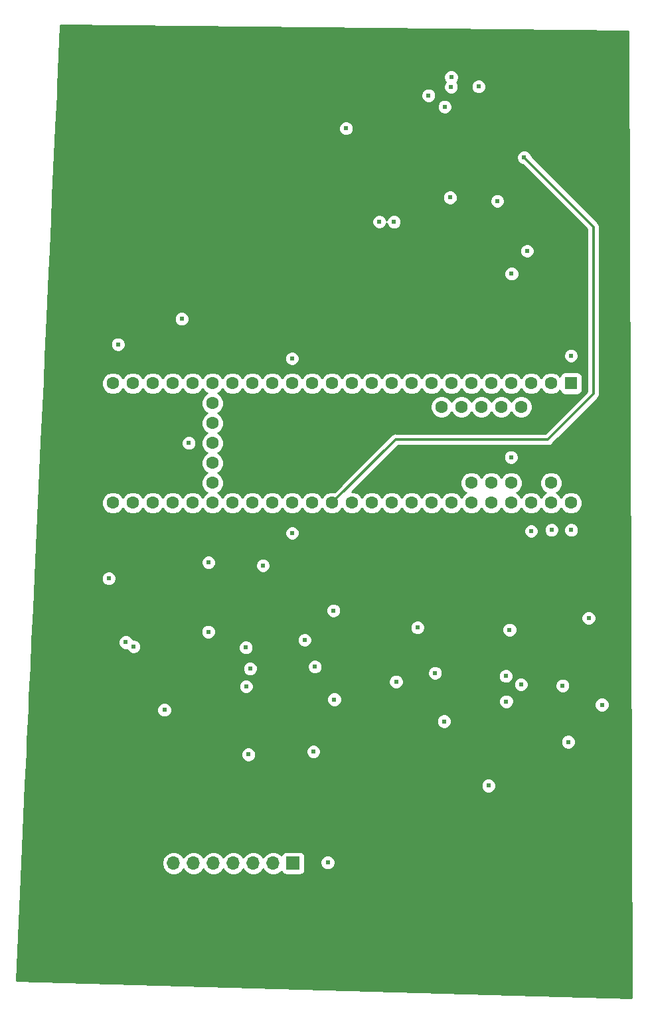
<source format=gbr>
%TF.GenerationSoftware,KiCad,Pcbnew,(5.0.1)-4*%
%TF.CreationDate,2019-11-27T13:35:36-06:00*%
%TF.ProjectId,new_synth_transistor,6E65775F73796E74685F7472616E7369,rev?*%
%TF.SameCoordinates,Original*%
%TF.FileFunction,Copper,L3,Inr,Signal*%
%TF.FilePolarity,Positive*%
%FSLAX46Y46*%
G04 Gerber Fmt 4.6, Leading zero omitted, Abs format (unit mm)*
G04 Created by KiCad (PCBNEW (5.0.1)-4) date 11/27/2019 1:35:36 PM*
%MOMM*%
%LPD*%
G01*
G04 APERTURE LIST*
%ADD10C,1.600000*%
%ADD11R,1.600000X1.600000*%
%ADD12O,1.700000X1.700000*%
%ADD13R,1.700000X1.700000*%
%ADD14C,0.609600*%
%ADD15C,0.304800*%
%ADD16C,0.254000*%
G04 APERTURE END LIST*
D10*
X237154720Y-60258960D03*
X234614720Y-60258960D03*
X232074720Y-60258960D03*
X229534720Y-60258960D03*
X239694720Y-60258960D03*
X242234720Y-60258960D03*
X244774720Y-60258960D03*
X226994720Y-60258960D03*
X224454720Y-60258960D03*
X221914720Y-60258960D03*
X219374720Y-60258960D03*
X232074720Y-62798960D03*
X232074720Y-65338960D03*
X232074720Y-67878960D03*
X232074720Y-70418960D03*
X232074720Y-72958960D03*
X219374720Y-75498960D03*
X221914720Y-75498960D03*
X224454720Y-75498960D03*
X226994720Y-75498960D03*
X229534720Y-75498960D03*
X232074720Y-75498960D03*
X234614720Y-75498960D03*
X237154720Y-75498960D03*
X247314720Y-60258960D03*
X249854720Y-60258960D03*
X252394720Y-60258960D03*
X254934720Y-60258960D03*
X257474720Y-60258960D03*
X260014720Y-60258960D03*
X262554720Y-60258960D03*
X265094720Y-60258960D03*
X267634720Y-60258960D03*
X270174720Y-60258960D03*
X272714720Y-60258960D03*
X275254720Y-60258960D03*
D11*
X277794720Y-60258960D03*
D10*
X239694720Y-75498960D03*
X242234720Y-75498960D03*
X244774720Y-75498960D03*
X247314720Y-75498960D03*
X249854720Y-75498960D03*
X252394720Y-75498960D03*
X254934720Y-75498960D03*
X257474720Y-75498960D03*
X260014720Y-75498960D03*
X262554720Y-75498960D03*
X265094720Y-75498960D03*
X267634720Y-75498960D03*
X270174720Y-75498960D03*
X272714720Y-75498960D03*
X275254720Y-75498960D03*
X277794720Y-75498960D03*
X275254720Y-72958960D03*
X270174720Y-72958960D03*
X267634720Y-72958960D03*
X265094720Y-72958960D03*
X271444720Y-63258960D03*
X268904720Y-63258960D03*
X266364720Y-63258960D03*
X263824720Y-63258960D03*
X261284720Y-63258960D03*
D12*
X227116640Y-121452640D03*
X229656640Y-121452640D03*
X232196640Y-121452640D03*
X234736640Y-121452640D03*
X237276640Y-121452640D03*
X239816640Y-121452640D03*
D13*
X242356640Y-121452640D03*
D14*
X272189820Y-43367422D03*
X262492100Y-22453062D03*
X262512420Y-21213542D03*
X277794720Y-56728360D03*
X229052120Y-67868800D03*
X242234720Y-79349600D03*
X270149320Y-69682360D03*
X275315680Y-78943200D03*
X269956280Y-91683840D03*
X269483840Y-97586800D03*
X276717760Y-98806000D03*
X281731720Y-101244400D03*
X267258800Y-111566960D03*
X261609840Y-103362760D03*
X260446520Y-97195640D03*
X247489894Y-89227574D03*
X243819680Y-92989400D03*
X231536240Y-91937840D03*
X236357160Y-98907600D03*
X238511080Y-83479640D03*
X218851480Y-85135720D03*
X222016320Y-93832680D03*
X246761000Y-121371360D03*
X247599200Y-100568760D03*
X228142800Y-52039520D03*
X236651800Y-107589320D03*
X272709640Y-79100680D03*
X242214400Y-57089040D03*
X220024960Y-55290720D03*
X250484640Y-19431000D03*
X264464800Y-29067760D03*
X223850200Y-54655720D03*
X260883400Y-37500560D03*
X270576040Y-43789600D03*
X277809960Y-78958440D03*
X280035000Y-90190320D03*
X271414240Y-98663760D03*
X269529560Y-100832920D03*
X245125240Y-96398080D03*
X236870240Y-96641920D03*
X236321600Y-93944440D03*
X225938080Y-101909880D03*
X221020640Y-93278960D03*
X255483360Y-98308160D03*
X244942360Y-107223560D03*
X231566720Y-83093560D03*
X258221480Y-91399360D03*
X277428960Y-105984040D03*
X262371840Y-36555680D03*
X268386560Y-36997640D03*
X270210280Y-46283880D03*
X249101152Y-27738262D03*
X271813020Y-31455360D03*
X255209040Y-39654480D03*
X253344680Y-39644320D03*
X266009120Y-22402800D03*
X259616590Y-23540720D03*
X261680960Y-24988520D03*
D15*
X247314720Y-75498960D02*
X255409700Y-67403980D01*
X255409700Y-67403980D02*
X274845780Y-67403980D01*
X274845780Y-67403980D02*
X280642060Y-61607700D01*
X280642060Y-40284400D02*
X271813020Y-31455360D01*
X280642060Y-61607700D02*
X280642060Y-40284400D01*
D16*
G36*
X285074804Y-15365591D02*
X285510777Y-138604196D01*
X207071727Y-136416895D01*
X207764596Y-121452640D01*
X225602548Y-121452640D01*
X225717801Y-122032058D01*
X226046015Y-122523265D01*
X226537222Y-122851479D01*
X226970384Y-122937640D01*
X227262896Y-122937640D01*
X227696058Y-122851479D01*
X228187265Y-122523265D01*
X228386640Y-122224879D01*
X228586015Y-122523265D01*
X229077222Y-122851479D01*
X229510384Y-122937640D01*
X229802896Y-122937640D01*
X230236058Y-122851479D01*
X230727265Y-122523265D01*
X230926640Y-122224879D01*
X231126015Y-122523265D01*
X231617222Y-122851479D01*
X232050384Y-122937640D01*
X232342896Y-122937640D01*
X232776058Y-122851479D01*
X233267265Y-122523265D01*
X233466640Y-122224879D01*
X233666015Y-122523265D01*
X234157222Y-122851479D01*
X234590384Y-122937640D01*
X234882896Y-122937640D01*
X235316058Y-122851479D01*
X235807265Y-122523265D01*
X236006640Y-122224879D01*
X236206015Y-122523265D01*
X236697222Y-122851479D01*
X237130384Y-122937640D01*
X237422896Y-122937640D01*
X237856058Y-122851479D01*
X238347265Y-122523265D01*
X238546640Y-122224879D01*
X238746015Y-122523265D01*
X239237222Y-122851479D01*
X239670384Y-122937640D01*
X239962896Y-122937640D01*
X240396058Y-122851479D01*
X240887265Y-122523265D01*
X240899456Y-122505021D01*
X240908483Y-122550405D01*
X241048831Y-122760449D01*
X241258875Y-122900797D01*
X241506640Y-122950080D01*
X243206640Y-122950080D01*
X243454405Y-122900797D01*
X243664449Y-122760449D01*
X243804797Y-122550405D01*
X243854080Y-122302640D01*
X243854080Y-121184422D01*
X245821200Y-121184422D01*
X245821200Y-121558298D01*
X245964276Y-121903714D01*
X246228646Y-122168084D01*
X246574062Y-122311160D01*
X246947938Y-122311160D01*
X247293354Y-122168084D01*
X247557724Y-121903714D01*
X247700800Y-121558298D01*
X247700800Y-121184422D01*
X247557724Y-120839006D01*
X247293354Y-120574636D01*
X246947938Y-120431560D01*
X246574062Y-120431560D01*
X246228646Y-120574636D01*
X245964276Y-120839006D01*
X245821200Y-121184422D01*
X243854080Y-121184422D01*
X243854080Y-120602640D01*
X243804797Y-120354875D01*
X243664449Y-120144831D01*
X243454405Y-120004483D01*
X243206640Y-119955200D01*
X241506640Y-119955200D01*
X241258875Y-120004483D01*
X241048831Y-120144831D01*
X240908483Y-120354875D01*
X240899456Y-120400259D01*
X240887265Y-120382015D01*
X240396058Y-120053801D01*
X239962896Y-119967640D01*
X239670384Y-119967640D01*
X239237222Y-120053801D01*
X238746015Y-120382015D01*
X238546640Y-120680401D01*
X238347265Y-120382015D01*
X237856058Y-120053801D01*
X237422896Y-119967640D01*
X237130384Y-119967640D01*
X236697222Y-120053801D01*
X236206015Y-120382015D01*
X236006640Y-120680401D01*
X235807265Y-120382015D01*
X235316058Y-120053801D01*
X234882896Y-119967640D01*
X234590384Y-119967640D01*
X234157222Y-120053801D01*
X233666015Y-120382015D01*
X233466640Y-120680401D01*
X233267265Y-120382015D01*
X232776058Y-120053801D01*
X232342896Y-119967640D01*
X232050384Y-119967640D01*
X231617222Y-120053801D01*
X231126015Y-120382015D01*
X230926640Y-120680401D01*
X230727265Y-120382015D01*
X230236058Y-120053801D01*
X229802896Y-119967640D01*
X229510384Y-119967640D01*
X229077222Y-120053801D01*
X228586015Y-120382015D01*
X228386640Y-120680401D01*
X228187265Y-120382015D01*
X227696058Y-120053801D01*
X227262896Y-119967640D01*
X226970384Y-119967640D01*
X226537222Y-120053801D01*
X226046015Y-120382015D01*
X225717801Y-120873222D01*
X225602548Y-121452640D01*
X207764596Y-121452640D01*
X208230974Y-111380022D01*
X266319000Y-111380022D01*
X266319000Y-111753898D01*
X266462076Y-112099314D01*
X266726446Y-112363684D01*
X267071862Y-112506760D01*
X267445738Y-112506760D01*
X267791154Y-112363684D01*
X268055524Y-112099314D01*
X268198600Y-111753898D01*
X268198600Y-111380022D01*
X268055524Y-111034606D01*
X267791154Y-110770236D01*
X267445738Y-110627160D01*
X267071862Y-110627160D01*
X266726446Y-110770236D01*
X266462076Y-111034606D01*
X266319000Y-111380022D01*
X208230974Y-111380022D01*
X208415146Y-107402382D01*
X235712000Y-107402382D01*
X235712000Y-107776258D01*
X235855076Y-108121674D01*
X236119446Y-108386044D01*
X236464862Y-108529120D01*
X236838738Y-108529120D01*
X237184154Y-108386044D01*
X237448524Y-108121674D01*
X237591600Y-107776258D01*
X237591600Y-107402382D01*
X237448524Y-107056966D01*
X237428180Y-107036622D01*
X244002560Y-107036622D01*
X244002560Y-107410498D01*
X244145636Y-107755914D01*
X244410006Y-108020284D01*
X244755422Y-108163360D01*
X245129298Y-108163360D01*
X245474714Y-108020284D01*
X245739084Y-107755914D01*
X245882160Y-107410498D01*
X245882160Y-107036622D01*
X245739084Y-106691206D01*
X245474714Y-106426836D01*
X245129298Y-106283760D01*
X244755422Y-106283760D01*
X244410006Y-106426836D01*
X244145636Y-106691206D01*
X244002560Y-107036622D01*
X237428180Y-107036622D01*
X237184154Y-106792596D01*
X236838738Y-106649520D01*
X236464862Y-106649520D01*
X236119446Y-106792596D01*
X235855076Y-107056966D01*
X235712000Y-107402382D01*
X208415146Y-107402382D01*
X208489473Y-105797102D01*
X276489160Y-105797102D01*
X276489160Y-106170978D01*
X276632236Y-106516394D01*
X276896606Y-106780764D01*
X277242022Y-106923840D01*
X277615898Y-106923840D01*
X277961314Y-106780764D01*
X278225684Y-106516394D01*
X278368760Y-106170978D01*
X278368760Y-105797102D01*
X278225684Y-105451686D01*
X277961314Y-105187316D01*
X277615898Y-105044240D01*
X277242022Y-105044240D01*
X276896606Y-105187316D01*
X276632236Y-105451686D01*
X276489160Y-105797102D01*
X208489473Y-105797102D01*
X208610843Y-103175822D01*
X260670040Y-103175822D01*
X260670040Y-103549698D01*
X260813116Y-103895114D01*
X261077486Y-104159484D01*
X261422902Y-104302560D01*
X261796778Y-104302560D01*
X262142194Y-104159484D01*
X262406564Y-103895114D01*
X262549640Y-103549698D01*
X262549640Y-103175822D01*
X262406564Y-102830406D01*
X262142194Y-102566036D01*
X261796778Y-102422960D01*
X261422902Y-102422960D01*
X261077486Y-102566036D01*
X260813116Y-102830406D01*
X260670040Y-103175822D01*
X208610843Y-103175822D01*
X208678114Y-101722942D01*
X224998280Y-101722942D01*
X224998280Y-102096818D01*
X225141356Y-102442234D01*
X225405726Y-102706604D01*
X225751142Y-102849680D01*
X226125018Y-102849680D01*
X226470434Y-102706604D01*
X226734804Y-102442234D01*
X226877880Y-102096818D01*
X226877880Y-101722942D01*
X226734804Y-101377526D01*
X226470434Y-101113156D01*
X226125018Y-100970080D01*
X225751142Y-100970080D01*
X225405726Y-101113156D01*
X225141356Y-101377526D01*
X224998280Y-101722942D01*
X208678114Y-101722942D01*
X208740209Y-100381822D01*
X246659400Y-100381822D01*
X246659400Y-100755698D01*
X246802476Y-101101114D01*
X247066846Y-101365484D01*
X247412262Y-101508560D01*
X247786138Y-101508560D01*
X248131554Y-101365484D01*
X248395924Y-101101114D01*
X248539000Y-100755698D01*
X248539000Y-100645982D01*
X268589760Y-100645982D01*
X268589760Y-101019858D01*
X268732836Y-101365274D01*
X268997206Y-101629644D01*
X269342622Y-101772720D01*
X269716498Y-101772720D01*
X270061914Y-101629644D01*
X270326284Y-101365274D01*
X270453783Y-101057462D01*
X280791920Y-101057462D01*
X280791920Y-101431338D01*
X280934996Y-101776754D01*
X281199366Y-102041124D01*
X281544782Y-102184200D01*
X281918658Y-102184200D01*
X282264074Y-102041124D01*
X282528444Y-101776754D01*
X282671520Y-101431338D01*
X282671520Y-101057462D01*
X282528444Y-100712046D01*
X282264074Y-100447676D01*
X281918658Y-100304600D01*
X281544782Y-100304600D01*
X281199366Y-100447676D01*
X280934996Y-100712046D01*
X280791920Y-101057462D01*
X270453783Y-101057462D01*
X270469360Y-101019858D01*
X270469360Y-100645982D01*
X270326284Y-100300566D01*
X270061914Y-100036196D01*
X269716498Y-99893120D01*
X269342622Y-99893120D01*
X268997206Y-100036196D01*
X268732836Y-100300566D01*
X268589760Y-100645982D01*
X248539000Y-100645982D01*
X248539000Y-100381822D01*
X248395924Y-100036406D01*
X248131554Y-99772036D01*
X247786138Y-99628960D01*
X247412262Y-99628960D01*
X247066846Y-99772036D01*
X246802476Y-100036406D01*
X246659400Y-100381822D01*
X208740209Y-100381822D01*
X208817124Y-98720662D01*
X235417360Y-98720662D01*
X235417360Y-99094538D01*
X235560436Y-99439954D01*
X235824806Y-99704324D01*
X236170222Y-99847400D01*
X236544098Y-99847400D01*
X236889514Y-99704324D01*
X237153884Y-99439954D01*
X237296960Y-99094538D01*
X237296960Y-98720662D01*
X237153884Y-98375246D01*
X236899860Y-98121222D01*
X254543560Y-98121222D01*
X254543560Y-98495098D01*
X254686636Y-98840514D01*
X254951006Y-99104884D01*
X255296422Y-99247960D01*
X255670298Y-99247960D01*
X256015714Y-99104884D01*
X256280084Y-98840514D01*
X256423160Y-98495098D01*
X256423160Y-98121222D01*
X256280084Y-97775806D01*
X256015714Y-97511436D01*
X255670298Y-97368360D01*
X255296422Y-97368360D01*
X254951006Y-97511436D01*
X254686636Y-97775806D01*
X254543560Y-98121222D01*
X236899860Y-98121222D01*
X236889514Y-98110876D01*
X236544098Y-97967800D01*
X236170222Y-97967800D01*
X235824806Y-98110876D01*
X235560436Y-98375246D01*
X235417360Y-98720662D01*
X208817124Y-98720662D01*
X208922029Y-96454982D01*
X235930440Y-96454982D01*
X235930440Y-96828858D01*
X236073516Y-97174274D01*
X236337886Y-97438644D01*
X236683302Y-97581720D01*
X237057178Y-97581720D01*
X237402594Y-97438644D01*
X237666964Y-97174274D01*
X237810040Y-96828858D01*
X237810040Y-96454982D01*
X237709039Y-96211142D01*
X244185440Y-96211142D01*
X244185440Y-96585018D01*
X244328516Y-96930434D01*
X244592886Y-97194804D01*
X244938302Y-97337880D01*
X245312178Y-97337880D01*
X245657594Y-97194804D01*
X245843696Y-97008702D01*
X259506720Y-97008702D01*
X259506720Y-97382578D01*
X259649796Y-97727994D01*
X259914166Y-97992364D01*
X260259582Y-98135440D01*
X260633458Y-98135440D01*
X260978874Y-97992364D01*
X261243244Y-97727994D01*
X261379160Y-97399862D01*
X268544040Y-97399862D01*
X268544040Y-97773738D01*
X268687116Y-98119154D01*
X268951486Y-98383524D01*
X269296902Y-98526600D01*
X269670778Y-98526600D01*
X269790952Y-98476822D01*
X270474440Y-98476822D01*
X270474440Y-98850698D01*
X270617516Y-99196114D01*
X270881886Y-99460484D01*
X271227302Y-99603560D01*
X271601178Y-99603560D01*
X271946594Y-99460484D01*
X272210964Y-99196114D01*
X272354040Y-98850698D01*
X272354040Y-98619062D01*
X275777960Y-98619062D01*
X275777960Y-98992938D01*
X275921036Y-99338354D01*
X276185406Y-99602724D01*
X276530822Y-99745800D01*
X276904698Y-99745800D01*
X277250114Y-99602724D01*
X277514484Y-99338354D01*
X277657560Y-98992938D01*
X277657560Y-98619062D01*
X277514484Y-98273646D01*
X277250114Y-98009276D01*
X276904698Y-97866200D01*
X276530822Y-97866200D01*
X276185406Y-98009276D01*
X275921036Y-98273646D01*
X275777960Y-98619062D01*
X272354040Y-98619062D01*
X272354040Y-98476822D01*
X272210964Y-98131406D01*
X271946594Y-97867036D01*
X271601178Y-97723960D01*
X271227302Y-97723960D01*
X270881886Y-97867036D01*
X270617516Y-98131406D01*
X270474440Y-98476822D01*
X269790952Y-98476822D01*
X270016194Y-98383524D01*
X270280564Y-98119154D01*
X270423640Y-97773738D01*
X270423640Y-97399862D01*
X270280564Y-97054446D01*
X270016194Y-96790076D01*
X269670778Y-96647000D01*
X269296902Y-96647000D01*
X268951486Y-96790076D01*
X268687116Y-97054446D01*
X268544040Y-97399862D01*
X261379160Y-97399862D01*
X261386320Y-97382578D01*
X261386320Y-97008702D01*
X261243244Y-96663286D01*
X260978874Y-96398916D01*
X260633458Y-96255840D01*
X260259582Y-96255840D01*
X259914166Y-96398916D01*
X259649796Y-96663286D01*
X259506720Y-97008702D01*
X245843696Y-97008702D01*
X245921964Y-96930434D01*
X246065040Y-96585018D01*
X246065040Y-96211142D01*
X245921964Y-95865726D01*
X245657594Y-95601356D01*
X245312178Y-95458280D01*
X244938302Y-95458280D01*
X244592886Y-95601356D01*
X244328516Y-95865726D01*
X244185440Y-96211142D01*
X237709039Y-96211142D01*
X237666964Y-96109566D01*
X237402594Y-95845196D01*
X237057178Y-95702120D01*
X236683302Y-95702120D01*
X236337886Y-95845196D01*
X236073516Y-96109566D01*
X235930440Y-96454982D01*
X208922029Y-96454982D01*
X209077741Y-93092022D01*
X220080840Y-93092022D01*
X220080840Y-93465898D01*
X220223916Y-93811314D01*
X220488286Y-94075684D01*
X220833702Y-94218760D01*
X221159007Y-94218760D01*
X221219596Y-94365034D01*
X221483966Y-94629404D01*
X221829382Y-94772480D01*
X222203258Y-94772480D01*
X222548674Y-94629404D01*
X222813044Y-94365034D01*
X222956120Y-94019618D01*
X222956120Y-93757502D01*
X235381800Y-93757502D01*
X235381800Y-94131378D01*
X235524876Y-94476794D01*
X235789246Y-94741164D01*
X236134662Y-94884240D01*
X236508538Y-94884240D01*
X236853954Y-94741164D01*
X237118324Y-94476794D01*
X237261400Y-94131378D01*
X237261400Y-93757502D01*
X237118324Y-93412086D01*
X236853954Y-93147716D01*
X236508538Y-93004640D01*
X236134662Y-93004640D01*
X235789246Y-93147716D01*
X235524876Y-93412086D01*
X235381800Y-93757502D01*
X222956120Y-93757502D01*
X222956120Y-93645742D01*
X222813044Y-93300326D01*
X222548674Y-93035956D01*
X222203258Y-92892880D01*
X221877953Y-92892880D01*
X221817364Y-92746606D01*
X221552994Y-92482236D01*
X221207578Y-92339160D01*
X220833702Y-92339160D01*
X220488286Y-92482236D01*
X220223916Y-92746606D01*
X220080840Y-93092022D01*
X209077741Y-93092022D01*
X209139837Y-91750902D01*
X230596440Y-91750902D01*
X230596440Y-92124778D01*
X230739516Y-92470194D01*
X231003886Y-92734564D01*
X231349302Y-92877640D01*
X231723178Y-92877640D01*
X231904673Y-92802462D01*
X242879880Y-92802462D01*
X242879880Y-93176338D01*
X243022956Y-93521754D01*
X243287326Y-93786124D01*
X243632742Y-93929200D01*
X244006618Y-93929200D01*
X244352034Y-93786124D01*
X244616404Y-93521754D01*
X244759480Y-93176338D01*
X244759480Y-92802462D01*
X244616404Y-92457046D01*
X244352034Y-92192676D01*
X244006618Y-92049600D01*
X243632742Y-92049600D01*
X243287326Y-92192676D01*
X243022956Y-92457046D01*
X242879880Y-92802462D01*
X231904673Y-92802462D01*
X232068594Y-92734564D01*
X232332964Y-92470194D01*
X232476040Y-92124778D01*
X232476040Y-91750902D01*
X232332964Y-91405486D01*
X232139900Y-91212422D01*
X257281680Y-91212422D01*
X257281680Y-91586298D01*
X257424756Y-91931714D01*
X257689126Y-92196084D01*
X258034542Y-92339160D01*
X258408418Y-92339160D01*
X258753834Y-92196084D01*
X259018204Y-91931714D01*
X259161280Y-91586298D01*
X259161280Y-91496902D01*
X269016480Y-91496902D01*
X269016480Y-91870778D01*
X269159556Y-92216194D01*
X269423926Y-92480564D01*
X269769342Y-92623640D01*
X270143218Y-92623640D01*
X270488634Y-92480564D01*
X270753004Y-92216194D01*
X270896080Y-91870778D01*
X270896080Y-91496902D01*
X270753004Y-91151486D01*
X270488634Y-90887116D01*
X270143218Y-90744040D01*
X269769342Y-90744040D01*
X269423926Y-90887116D01*
X269159556Y-91151486D01*
X269016480Y-91496902D01*
X259161280Y-91496902D01*
X259161280Y-91212422D01*
X259018204Y-90867006D01*
X258753834Y-90602636D01*
X258408418Y-90459560D01*
X258034542Y-90459560D01*
X257689126Y-90602636D01*
X257424756Y-90867006D01*
X257281680Y-91212422D01*
X232139900Y-91212422D01*
X232068594Y-91141116D01*
X231723178Y-90998040D01*
X231349302Y-90998040D01*
X231003886Y-91141116D01*
X230739516Y-91405486D01*
X230596440Y-91750902D01*
X209139837Y-91750902D01*
X209265327Y-89040636D01*
X246550094Y-89040636D01*
X246550094Y-89414512D01*
X246693170Y-89759928D01*
X246957540Y-90024298D01*
X247302956Y-90167374D01*
X247676832Y-90167374D01*
X248022248Y-90024298D01*
X248043164Y-90003382D01*
X279095200Y-90003382D01*
X279095200Y-90377258D01*
X279238276Y-90722674D01*
X279502646Y-90987044D01*
X279848062Y-91130120D01*
X280221938Y-91130120D01*
X280567354Y-90987044D01*
X280831724Y-90722674D01*
X280974800Y-90377258D01*
X280974800Y-90003382D01*
X280831724Y-89657966D01*
X280567354Y-89393596D01*
X280221938Y-89250520D01*
X279848062Y-89250520D01*
X279502646Y-89393596D01*
X279238276Y-89657966D01*
X279095200Y-90003382D01*
X248043164Y-90003382D01*
X248286618Y-89759928D01*
X248429694Y-89414512D01*
X248429694Y-89040636D01*
X248286618Y-88695220D01*
X248022248Y-88430850D01*
X247676832Y-88287774D01*
X247302956Y-88287774D01*
X246957540Y-88430850D01*
X246693170Y-88695220D01*
X246550094Y-89040636D01*
X209265327Y-89040636D01*
X209454787Y-84948782D01*
X217911680Y-84948782D01*
X217911680Y-85322658D01*
X218054756Y-85668074D01*
X218319126Y-85932444D01*
X218664542Y-86075520D01*
X219038418Y-86075520D01*
X219383834Y-85932444D01*
X219648204Y-85668074D01*
X219791280Y-85322658D01*
X219791280Y-84948782D01*
X219648204Y-84603366D01*
X219383834Y-84338996D01*
X219038418Y-84195920D01*
X218664542Y-84195920D01*
X218319126Y-84338996D01*
X218054756Y-84603366D01*
X217911680Y-84948782D01*
X209454787Y-84948782D01*
X209549342Y-82906622D01*
X230626920Y-82906622D01*
X230626920Y-83280498D01*
X230769996Y-83625914D01*
X231034366Y-83890284D01*
X231379782Y-84033360D01*
X231753658Y-84033360D01*
X232099074Y-83890284D01*
X232363444Y-83625914D01*
X232501464Y-83292702D01*
X237571280Y-83292702D01*
X237571280Y-83666578D01*
X237714356Y-84011994D01*
X237978726Y-84276364D01*
X238324142Y-84419440D01*
X238698018Y-84419440D01*
X239043434Y-84276364D01*
X239307804Y-84011994D01*
X239450880Y-83666578D01*
X239450880Y-83292702D01*
X239307804Y-82947286D01*
X239043434Y-82682916D01*
X238698018Y-82539840D01*
X238324142Y-82539840D01*
X237978726Y-82682916D01*
X237714356Y-82947286D01*
X237571280Y-83292702D01*
X232501464Y-83292702D01*
X232506520Y-83280498D01*
X232506520Y-82906622D01*
X232363444Y-82561206D01*
X232099074Y-82296836D01*
X231753658Y-82153760D01*
X231379782Y-82153760D01*
X231034366Y-82296836D01*
X230769996Y-82561206D01*
X230626920Y-82906622D01*
X209549342Y-82906622D01*
X209722693Y-79162662D01*
X241294920Y-79162662D01*
X241294920Y-79536538D01*
X241437996Y-79881954D01*
X241702366Y-80146324D01*
X242047782Y-80289400D01*
X242421658Y-80289400D01*
X242767074Y-80146324D01*
X243031444Y-79881954D01*
X243174520Y-79536538D01*
X243174520Y-79162662D01*
X243071414Y-78913742D01*
X271769840Y-78913742D01*
X271769840Y-79287618D01*
X271912916Y-79633034D01*
X272177286Y-79897404D01*
X272522702Y-80040480D01*
X272896578Y-80040480D01*
X273241994Y-79897404D01*
X273506364Y-79633034D01*
X273649440Y-79287618D01*
X273649440Y-78913742D01*
X273584210Y-78756262D01*
X274375880Y-78756262D01*
X274375880Y-79130138D01*
X274518956Y-79475554D01*
X274783326Y-79739924D01*
X275128742Y-79883000D01*
X275502618Y-79883000D01*
X275848034Y-79739924D01*
X276112404Y-79475554D01*
X276255480Y-79130138D01*
X276255480Y-78771502D01*
X276870160Y-78771502D01*
X276870160Y-79145378D01*
X277013236Y-79490794D01*
X277277606Y-79755164D01*
X277623022Y-79898240D01*
X277996898Y-79898240D01*
X278342314Y-79755164D01*
X278606684Y-79490794D01*
X278749760Y-79145378D01*
X278749760Y-78771502D01*
X278606684Y-78426086D01*
X278342314Y-78161716D01*
X277996898Y-78018640D01*
X277623022Y-78018640D01*
X277277606Y-78161716D01*
X277013236Y-78426086D01*
X276870160Y-78771502D01*
X276255480Y-78771502D01*
X276255480Y-78756262D01*
X276112404Y-78410846D01*
X275848034Y-78146476D01*
X275502618Y-78003400D01*
X275128742Y-78003400D01*
X274783326Y-78146476D01*
X274518956Y-78410846D01*
X274375880Y-78756262D01*
X273584210Y-78756262D01*
X273506364Y-78568326D01*
X273241994Y-78303956D01*
X272896578Y-78160880D01*
X272522702Y-78160880D01*
X272177286Y-78303956D01*
X271912916Y-78568326D01*
X271769840Y-78913742D01*
X243071414Y-78913742D01*
X243031444Y-78817246D01*
X242767074Y-78552876D01*
X242421658Y-78409800D01*
X242047782Y-78409800D01*
X241702366Y-78552876D01*
X241437996Y-78817246D01*
X241294920Y-79162662D01*
X209722693Y-79162662D01*
X210254274Y-67681862D01*
X228112320Y-67681862D01*
X228112320Y-68055738D01*
X228255396Y-68401154D01*
X228519766Y-68665524D01*
X228865182Y-68808600D01*
X229239058Y-68808600D01*
X229584474Y-68665524D01*
X229848844Y-68401154D01*
X229991920Y-68055738D01*
X229991920Y-67681862D01*
X229848844Y-67336446D01*
X229584474Y-67072076D01*
X229239058Y-66929000D01*
X228865182Y-66929000D01*
X228519766Y-67072076D01*
X228255396Y-67336446D01*
X228112320Y-67681862D01*
X210254274Y-67681862D01*
X210611183Y-59973521D01*
X217939720Y-59973521D01*
X217939720Y-60544399D01*
X218158186Y-61071822D01*
X218561858Y-61475494D01*
X219089281Y-61693960D01*
X219660159Y-61693960D01*
X220187582Y-61475494D01*
X220591254Y-61071822D01*
X220644720Y-60942744D01*
X220698186Y-61071822D01*
X221101858Y-61475494D01*
X221629281Y-61693960D01*
X222200159Y-61693960D01*
X222727582Y-61475494D01*
X223131254Y-61071822D01*
X223184720Y-60942744D01*
X223238186Y-61071822D01*
X223641858Y-61475494D01*
X224169281Y-61693960D01*
X224740159Y-61693960D01*
X225267582Y-61475494D01*
X225671254Y-61071822D01*
X225724720Y-60942744D01*
X225778186Y-61071822D01*
X226181858Y-61475494D01*
X226709281Y-61693960D01*
X227280159Y-61693960D01*
X227807582Y-61475494D01*
X228211254Y-61071822D01*
X228264720Y-60942744D01*
X228318186Y-61071822D01*
X228721858Y-61475494D01*
X229249281Y-61693960D01*
X229820159Y-61693960D01*
X230347582Y-61475494D01*
X230751254Y-61071822D01*
X230804720Y-60942744D01*
X230858186Y-61071822D01*
X231261858Y-61475494D01*
X231390936Y-61528960D01*
X231261858Y-61582426D01*
X230858186Y-61986098D01*
X230639720Y-62513521D01*
X230639720Y-63084399D01*
X230858186Y-63611822D01*
X231261858Y-64015494D01*
X231390936Y-64068960D01*
X231261858Y-64122426D01*
X230858186Y-64526098D01*
X230639720Y-65053521D01*
X230639720Y-65624399D01*
X230858186Y-66151822D01*
X231261858Y-66555494D01*
X231390936Y-66608960D01*
X231261858Y-66662426D01*
X230858186Y-67066098D01*
X230639720Y-67593521D01*
X230639720Y-68164399D01*
X230858186Y-68691822D01*
X231261858Y-69095494D01*
X231390936Y-69148960D01*
X231261858Y-69202426D01*
X230858186Y-69606098D01*
X230639720Y-70133521D01*
X230639720Y-70704399D01*
X230858186Y-71231822D01*
X231261858Y-71635494D01*
X231390936Y-71688960D01*
X231261858Y-71742426D01*
X230858186Y-72146098D01*
X230639720Y-72673521D01*
X230639720Y-73244399D01*
X230858186Y-73771822D01*
X231261858Y-74175494D01*
X231390936Y-74228960D01*
X231261858Y-74282426D01*
X230858186Y-74686098D01*
X230804720Y-74815176D01*
X230751254Y-74686098D01*
X230347582Y-74282426D01*
X229820159Y-74063960D01*
X229249281Y-74063960D01*
X228721858Y-74282426D01*
X228318186Y-74686098D01*
X228264720Y-74815176D01*
X228211254Y-74686098D01*
X227807582Y-74282426D01*
X227280159Y-74063960D01*
X226709281Y-74063960D01*
X226181858Y-74282426D01*
X225778186Y-74686098D01*
X225724720Y-74815176D01*
X225671254Y-74686098D01*
X225267582Y-74282426D01*
X224740159Y-74063960D01*
X224169281Y-74063960D01*
X223641858Y-74282426D01*
X223238186Y-74686098D01*
X223184720Y-74815176D01*
X223131254Y-74686098D01*
X222727582Y-74282426D01*
X222200159Y-74063960D01*
X221629281Y-74063960D01*
X221101858Y-74282426D01*
X220698186Y-74686098D01*
X220644720Y-74815176D01*
X220591254Y-74686098D01*
X220187582Y-74282426D01*
X219660159Y-74063960D01*
X219089281Y-74063960D01*
X218561858Y-74282426D01*
X218158186Y-74686098D01*
X217939720Y-75213521D01*
X217939720Y-75784399D01*
X218158186Y-76311822D01*
X218561858Y-76715494D01*
X219089281Y-76933960D01*
X219660159Y-76933960D01*
X220187582Y-76715494D01*
X220591254Y-76311822D01*
X220644720Y-76182744D01*
X220698186Y-76311822D01*
X221101858Y-76715494D01*
X221629281Y-76933960D01*
X222200159Y-76933960D01*
X222727582Y-76715494D01*
X223131254Y-76311822D01*
X223184720Y-76182744D01*
X223238186Y-76311822D01*
X223641858Y-76715494D01*
X224169281Y-76933960D01*
X224740159Y-76933960D01*
X225267582Y-76715494D01*
X225671254Y-76311822D01*
X225724720Y-76182744D01*
X225778186Y-76311822D01*
X226181858Y-76715494D01*
X226709281Y-76933960D01*
X227280159Y-76933960D01*
X227807582Y-76715494D01*
X228211254Y-76311822D01*
X228264720Y-76182744D01*
X228318186Y-76311822D01*
X228721858Y-76715494D01*
X229249281Y-76933960D01*
X229820159Y-76933960D01*
X230347582Y-76715494D01*
X230751254Y-76311822D01*
X230804720Y-76182744D01*
X230858186Y-76311822D01*
X231261858Y-76715494D01*
X231789281Y-76933960D01*
X232360159Y-76933960D01*
X232887582Y-76715494D01*
X233291254Y-76311822D01*
X233344720Y-76182744D01*
X233398186Y-76311822D01*
X233801858Y-76715494D01*
X234329281Y-76933960D01*
X234900159Y-76933960D01*
X235427582Y-76715494D01*
X235831254Y-76311822D01*
X235884720Y-76182744D01*
X235938186Y-76311822D01*
X236341858Y-76715494D01*
X236869281Y-76933960D01*
X237440159Y-76933960D01*
X237967582Y-76715494D01*
X238371254Y-76311822D01*
X238424720Y-76182744D01*
X238478186Y-76311822D01*
X238881858Y-76715494D01*
X239409281Y-76933960D01*
X239980159Y-76933960D01*
X240507582Y-76715494D01*
X240911254Y-76311822D01*
X240964720Y-76182744D01*
X241018186Y-76311822D01*
X241421858Y-76715494D01*
X241949281Y-76933960D01*
X242520159Y-76933960D01*
X243047582Y-76715494D01*
X243451254Y-76311822D01*
X243504720Y-76182744D01*
X243558186Y-76311822D01*
X243961858Y-76715494D01*
X244489281Y-76933960D01*
X245060159Y-76933960D01*
X245587582Y-76715494D01*
X245991254Y-76311822D01*
X246044720Y-76182744D01*
X246098186Y-76311822D01*
X246501858Y-76715494D01*
X247029281Y-76933960D01*
X247600159Y-76933960D01*
X248127582Y-76715494D01*
X248531254Y-76311822D01*
X248584720Y-76182744D01*
X248638186Y-76311822D01*
X249041858Y-76715494D01*
X249569281Y-76933960D01*
X250140159Y-76933960D01*
X250667582Y-76715494D01*
X251071254Y-76311822D01*
X251124720Y-76182744D01*
X251178186Y-76311822D01*
X251581858Y-76715494D01*
X252109281Y-76933960D01*
X252680159Y-76933960D01*
X253207582Y-76715494D01*
X253611254Y-76311822D01*
X253664720Y-76182744D01*
X253718186Y-76311822D01*
X254121858Y-76715494D01*
X254649281Y-76933960D01*
X255220159Y-76933960D01*
X255747582Y-76715494D01*
X256151254Y-76311822D01*
X256204720Y-76182744D01*
X256258186Y-76311822D01*
X256661858Y-76715494D01*
X257189281Y-76933960D01*
X257760159Y-76933960D01*
X258287582Y-76715494D01*
X258691254Y-76311822D01*
X258744720Y-76182744D01*
X258798186Y-76311822D01*
X259201858Y-76715494D01*
X259729281Y-76933960D01*
X260300159Y-76933960D01*
X260827582Y-76715494D01*
X261231254Y-76311822D01*
X261284720Y-76182744D01*
X261338186Y-76311822D01*
X261741858Y-76715494D01*
X262269281Y-76933960D01*
X262840159Y-76933960D01*
X263367582Y-76715494D01*
X263771254Y-76311822D01*
X263824720Y-76182744D01*
X263878186Y-76311822D01*
X264281858Y-76715494D01*
X264809281Y-76933960D01*
X265380159Y-76933960D01*
X265907582Y-76715494D01*
X266311254Y-76311822D01*
X266364720Y-76182744D01*
X266418186Y-76311822D01*
X266821858Y-76715494D01*
X267349281Y-76933960D01*
X267920159Y-76933960D01*
X268447582Y-76715494D01*
X268851254Y-76311822D01*
X268904720Y-76182744D01*
X268958186Y-76311822D01*
X269361858Y-76715494D01*
X269889281Y-76933960D01*
X270460159Y-76933960D01*
X270987582Y-76715494D01*
X271391254Y-76311822D01*
X271444720Y-76182744D01*
X271498186Y-76311822D01*
X271901858Y-76715494D01*
X272429281Y-76933960D01*
X273000159Y-76933960D01*
X273527582Y-76715494D01*
X273931254Y-76311822D01*
X273984720Y-76182744D01*
X274038186Y-76311822D01*
X274441858Y-76715494D01*
X274969281Y-76933960D01*
X275540159Y-76933960D01*
X276067582Y-76715494D01*
X276471254Y-76311822D01*
X276524720Y-76182744D01*
X276578186Y-76311822D01*
X276981858Y-76715494D01*
X277509281Y-76933960D01*
X278080159Y-76933960D01*
X278607582Y-76715494D01*
X279011254Y-76311822D01*
X279229720Y-75784399D01*
X279229720Y-75213521D01*
X279011254Y-74686098D01*
X278607582Y-74282426D01*
X278080159Y-74063960D01*
X277509281Y-74063960D01*
X276981858Y-74282426D01*
X276578186Y-74686098D01*
X276524720Y-74815176D01*
X276471254Y-74686098D01*
X276067582Y-74282426D01*
X275938504Y-74228960D01*
X276067582Y-74175494D01*
X276471254Y-73771822D01*
X276689720Y-73244399D01*
X276689720Y-72673521D01*
X276471254Y-72146098D01*
X276067582Y-71742426D01*
X275540159Y-71523960D01*
X274969281Y-71523960D01*
X274441858Y-71742426D01*
X274038186Y-72146098D01*
X273819720Y-72673521D01*
X273819720Y-73244399D01*
X274038186Y-73771822D01*
X274441858Y-74175494D01*
X274570936Y-74228960D01*
X274441858Y-74282426D01*
X274038186Y-74686098D01*
X273984720Y-74815176D01*
X273931254Y-74686098D01*
X273527582Y-74282426D01*
X273000159Y-74063960D01*
X272429281Y-74063960D01*
X271901858Y-74282426D01*
X271498186Y-74686098D01*
X271444720Y-74815176D01*
X271391254Y-74686098D01*
X270987582Y-74282426D01*
X270858504Y-74228960D01*
X270987582Y-74175494D01*
X271391254Y-73771822D01*
X271609720Y-73244399D01*
X271609720Y-72673521D01*
X271391254Y-72146098D01*
X270987582Y-71742426D01*
X270460159Y-71523960D01*
X269889281Y-71523960D01*
X269361858Y-71742426D01*
X268958186Y-72146098D01*
X268904720Y-72275176D01*
X268851254Y-72146098D01*
X268447582Y-71742426D01*
X267920159Y-71523960D01*
X267349281Y-71523960D01*
X266821858Y-71742426D01*
X266418186Y-72146098D01*
X266364720Y-72275176D01*
X266311254Y-72146098D01*
X265907582Y-71742426D01*
X265380159Y-71523960D01*
X264809281Y-71523960D01*
X264281858Y-71742426D01*
X263878186Y-72146098D01*
X263659720Y-72673521D01*
X263659720Y-73244399D01*
X263878186Y-73771822D01*
X264281858Y-74175494D01*
X264410936Y-74228960D01*
X264281858Y-74282426D01*
X263878186Y-74686098D01*
X263824720Y-74815176D01*
X263771254Y-74686098D01*
X263367582Y-74282426D01*
X262840159Y-74063960D01*
X262269281Y-74063960D01*
X261741858Y-74282426D01*
X261338186Y-74686098D01*
X261284720Y-74815176D01*
X261231254Y-74686098D01*
X260827582Y-74282426D01*
X260300159Y-74063960D01*
X259729281Y-74063960D01*
X259201858Y-74282426D01*
X258798186Y-74686098D01*
X258744720Y-74815176D01*
X258691254Y-74686098D01*
X258287582Y-74282426D01*
X257760159Y-74063960D01*
X257189281Y-74063960D01*
X256661858Y-74282426D01*
X256258186Y-74686098D01*
X256204720Y-74815176D01*
X256151254Y-74686098D01*
X255747582Y-74282426D01*
X255220159Y-74063960D01*
X254649281Y-74063960D01*
X254121858Y-74282426D01*
X253718186Y-74686098D01*
X253664720Y-74815176D01*
X253611254Y-74686098D01*
X253207582Y-74282426D01*
X252680159Y-74063960D01*
X252109281Y-74063960D01*
X251581858Y-74282426D01*
X251178186Y-74686098D01*
X251124720Y-74815176D01*
X251071254Y-74686098D01*
X250667582Y-74282426D01*
X250140159Y-74063960D01*
X249863271Y-74063960D01*
X254431809Y-69495422D01*
X269209520Y-69495422D01*
X269209520Y-69869298D01*
X269352596Y-70214714D01*
X269616966Y-70479084D01*
X269962382Y-70622160D01*
X270336258Y-70622160D01*
X270681674Y-70479084D01*
X270946044Y-70214714D01*
X271089120Y-69869298D01*
X271089120Y-69495422D01*
X270946044Y-69150006D01*
X270681674Y-68885636D01*
X270336258Y-68742560D01*
X269962382Y-68742560D01*
X269616966Y-68885636D01*
X269352596Y-69150006D01*
X269209520Y-69495422D01*
X254431809Y-69495422D01*
X255735851Y-68191380D01*
X274768229Y-68191380D01*
X274845780Y-68206806D01*
X274923331Y-68191380D01*
X274923332Y-68191380D01*
X275153008Y-68145695D01*
X275413464Y-67971664D01*
X275457396Y-67905915D01*
X281143998Y-62219314D01*
X281209744Y-62175384D01*
X281383775Y-61914928D01*
X281429460Y-61685252D01*
X281429460Y-61685251D01*
X281444886Y-61607700D01*
X281429460Y-61530149D01*
X281429460Y-40361950D01*
X281444886Y-40284399D01*
X281423458Y-40176674D01*
X281383775Y-39977172D01*
X281209744Y-39716716D01*
X281143998Y-39672786D01*
X272752820Y-31281609D01*
X272752820Y-31268422D01*
X272609744Y-30923006D01*
X272345374Y-30658636D01*
X271999958Y-30515560D01*
X271626082Y-30515560D01*
X271280666Y-30658636D01*
X271016296Y-30923006D01*
X270873220Y-31268422D01*
X270873220Y-31642298D01*
X271016296Y-31987714D01*
X271280666Y-32252084D01*
X271626082Y-32395160D01*
X271639269Y-32395160D01*
X279854661Y-40610553D01*
X279854660Y-61281548D01*
X274519629Y-66616580D01*
X255487253Y-66616580D01*
X255409700Y-66601154D01*
X255102471Y-66662265D01*
X255026244Y-66713199D01*
X254842016Y-66836296D01*
X254798084Y-66902045D01*
X247625622Y-74074507D01*
X247600159Y-74063960D01*
X247029281Y-74063960D01*
X246501858Y-74282426D01*
X246098186Y-74686098D01*
X246044720Y-74815176D01*
X245991254Y-74686098D01*
X245587582Y-74282426D01*
X245060159Y-74063960D01*
X244489281Y-74063960D01*
X243961858Y-74282426D01*
X243558186Y-74686098D01*
X243504720Y-74815176D01*
X243451254Y-74686098D01*
X243047582Y-74282426D01*
X242520159Y-74063960D01*
X241949281Y-74063960D01*
X241421858Y-74282426D01*
X241018186Y-74686098D01*
X240964720Y-74815176D01*
X240911254Y-74686098D01*
X240507582Y-74282426D01*
X239980159Y-74063960D01*
X239409281Y-74063960D01*
X238881858Y-74282426D01*
X238478186Y-74686098D01*
X238424720Y-74815176D01*
X238371254Y-74686098D01*
X237967582Y-74282426D01*
X237440159Y-74063960D01*
X236869281Y-74063960D01*
X236341858Y-74282426D01*
X235938186Y-74686098D01*
X235884720Y-74815176D01*
X235831254Y-74686098D01*
X235427582Y-74282426D01*
X234900159Y-74063960D01*
X234329281Y-74063960D01*
X233801858Y-74282426D01*
X233398186Y-74686098D01*
X233344720Y-74815176D01*
X233291254Y-74686098D01*
X232887582Y-74282426D01*
X232758504Y-74228960D01*
X232887582Y-74175494D01*
X233291254Y-73771822D01*
X233509720Y-73244399D01*
X233509720Y-72673521D01*
X233291254Y-72146098D01*
X232887582Y-71742426D01*
X232758504Y-71688960D01*
X232887582Y-71635494D01*
X233291254Y-71231822D01*
X233509720Y-70704399D01*
X233509720Y-70133521D01*
X233291254Y-69606098D01*
X232887582Y-69202426D01*
X232758504Y-69148960D01*
X232887582Y-69095494D01*
X233291254Y-68691822D01*
X233509720Y-68164399D01*
X233509720Y-67593521D01*
X233291254Y-67066098D01*
X232887582Y-66662426D01*
X232758504Y-66608960D01*
X232887582Y-66555494D01*
X233291254Y-66151822D01*
X233509720Y-65624399D01*
X233509720Y-65053521D01*
X233291254Y-64526098D01*
X232887582Y-64122426D01*
X232758504Y-64068960D01*
X232887582Y-64015494D01*
X233291254Y-63611822D01*
X233509720Y-63084399D01*
X233509720Y-62973521D01*
X259849720Y-62973521D01*
X259849720Y-63544399D01*
X260068186Y-64071822D01*
X260471858Y-64475494D01*
X260999281Y-64693960D01*
X261570159Y-64693960D01*
X262097582Y-64475494D01*
X262501254Y-64071822D01*
X262554720Y-63942744D01*
X262608186Y-64071822D01*
X263011858Y-64475494D01*
X263539281Y-64693960D01*
X264110159Y-64693960D01*
X264637582Y-64475494D01*
X265041254Y-64071822D01*
X265094720Y-63942744D01*
X265148186Y-64071822D01*
X265551858Y-64475494D01*
X266079281Y-64693960D01*
X266650159Y-64693960D01*
X267177582Y-64475494D01*
X267581254Y-64071822D01*
X267634720Y-63942744D01*
X267688186Y-64071822D01*
X268091858Y-64475494D01*
X268619281Y-64693960D01*
X269190159Y-64693960D01*
X269717582Y-64475494D01*
X270121254Y-64071822D01*
X270174720Y-63942744D01*
X270228186Y-64071822D01*
X270631858Y-64475494D01*
X271159281Y-64693960D01*
X271730159Y-64693960D01*
X272257582Y-64475494D01*
X272661254Y-64071822D01*
X272879720Y-63544399D01*
X272879720Y-62973521D01*
X272661254Y-62446098D01*
X272257582Y-62042426D01*
X271730159Y-61823960D01*
X271159281Y-61823960D01*
X270631858Y-62042426D01*
X270228186Y-62446098D01*
X270174720Y-62575176D01*
X270121254Y-62446098D01*
X269717582Y-62042426D01*
X269190159Y-61823960D01*
X268619281Y-61823960D01*
X268091858Y-62042426D01*
X267688186Y-62446098D01*
X267634720Y-62575176D01*
X267581254Y-62446098D01*
X267177582Y-62042426D01*
X266650159Y-61823960D01*
X266079281Y-61823960D01*
X265551858Y-62042426D01*
X265148186Y-62446098D01*
X265094720Y-62575176D01*
X265041254Y-62446098D01*
X264637582Y-62042426D01*
X264110159Y-61823960D01*
X263539281Y-61823960D01*
X263011858Y-62042426D01*
X262608186Y-62446098D01*
X262554720Y-62575176D01*
X262501254Y-62446098D01*
X262097582Y-62042426D01*
X261570159Y-61823960D01*
X260999281Y-61823960D01*
X260471858Y-62042426D01*
X260068186Y-62446098D01*
X259849720Y-62973521D01*
X233509720Y-62973521D01*
X233509720Y-62513521D01*
X233291254Y-61986098D01*
X232887582Y-61582426D01*
X232758504Y-61528960D01*
X232887582Y-61475494D01*
X233291254Y-61071822D01*
X233344720Y-60942744D01*
X233398186Y-61071822D01*
X233801858Y-61475494D01*
X234329281Y-61693960D01*
X234900159Y-61693960D01*
X235427582Y-61475494D01*
X235831254Y-61071822D01*
X235884720Y-60942744D01*
X235938186Y-61071822D01*
X236341858Y-61475494D01*
X236869281Y-61693960D01*
X237440159Y-61693960D01*
X237967582Y-61475494D01*
X238371254Y-61071822D01*
X238424720Y-60942744D01*
X238478186Y-61071822D01*
X238881858Y-61475494D01*
X239409281Y-61693960D01*
X239980159Y-61693960D01*
X240507582Y-61475494D01*
X240911254Y-61071822D01*
X240964720Y-60942744D01*
X241018186Y-61071822D01*
X241421858Y-61475494D01*
X241949281Y-61693960D01*
X242520159Y-61693960D01*
X243047582Y-61475494D01*
X243451254Y-61071822D01*
X243504720Y-60942744D01*
X243558186Y-61071822D01*
X243961858Y-61475494D01*
X244489281Y-61693960D01*
X245060159Y-61693960D01*
X245587582Y-61475494D01*
X245991254Y-61071822D01*
X246044720Y-60942744D01*
X246098186Y-61071822D01*
X246501858Y-61475494D01*
X247029281Y-61693960D01*
X247600159Y-61693960D01*
X248127582Y-61475494D01*
X248531254Y-61071822D01*
X248584720Y-60942744D01*
X248638186Y-61071822D01*
X249041858Y-61475494D01*
X249569281Y-61693960D01*
X250140159Y-61693960D01*
X250667582Y-61475494D01*
X251071254Y-61071822D01*
X251124720Y-60942744D01*
X251178186Y-61071822D01*
X251581858Y-61475494D01*
X252109281Y-61693960D01*
X252680159Y-61693960D01*
X253207582Y-61475494D01*
X253611254Y-61071822D01*
X253664720Y-60942744D01*
X253718186Y-61071822D01*
X254121858Y-61475494D01*
X254649281Y-61693960D01*
X255220159Y-61693960D01*
X255747582Y-61475494D01*
X256151254Y-61071822D01*
X256204720Y-60942744D01*
X256258186Y-61071822D01*
X256661858Y-61475494D01*
X257189281Y-61693960D01*
X257760159Y-61693960D01*
X258287582Y-61475494D01*
X258691254Y-61071822D01*
X258744720Y-60942744D01*
X258798186Y-61071822D01*
X259201858Y-61475494D01*
X259729281Y-61693960D01*
X260300159Y-61693960D01*
X260827582Y-61475494D01*
X261231254Y-61071822D01*
X261284720Y-60942744D01*
X261338186Y-61071822D01*
X261741858Y-61475494D01*
X262269281Y-61693960D01*
X262840159Y-61693960D01*
X263367582Y-61475494D01*
X263771254Y-61071822D01*
X263824720Y-60942744D01*
X263878186Y-61071822D01*
X264281858Y-61475494D01*
X264809281Y-61693960D01*
X265380159Y-61693960D01*
X265907582Y-61475494D01*
X266311254Y-61071822D01*
X266364720Y-60942744D01*
X266418186Y-61071822D01*
X266821858Y-61475494D01*
X267349281Y-61693960D01*
X267920159Y-61693960D01*
X268447582Y-61475494D01*
X268851254Y-61071822D01*
X268904720Y-60942744D01*
X268958186Y-61071822D01*
X269361858Y-61475494D01*
X269889281Y-61693960D01*
X270460159Y-61693960D01*
X270987582Y-61475494D01*
X271391254Y-61071822D01*
X271444720Y-60942744D01*
X271498186Y-61071822D01*
X271901858Y-61475494D01*
X272429281Y-61693960D01*
X273000159Y-61693960D01*
X273527582Y-61475494D01*
X273931254Y-61071822D01*
X273984720Y-60942744D01*
X274038186Y-61071822D01*
X274441858Y-61475494D01*
X274969281Y-61693960D01*
X275540159Y-61693960D01*
X276067582Y-61475494D01*
X276369982Y-61173094D01*
X276396563Y-61306725D01*
X276536911Y-61516769D01*
X276746955Y-61657117D01*
X276994720Y-61706400D01*
X278594720Y-61706400D01*
X278842485Y-61657117D01*
X279052529Y-61516769D01*
X279192877Y-61306725D01*
X279242160Y-61058960D01*
X279242160Y-59458960D01*
X279192877Y-59211195D01*
X279052529Y-59001151D01*
X278842485Y-58860803D01*
X278594720Y-58811520D01*
X276994720Y-58811520D01*
X276746955Y-58860803D01*
X276536911Y-59001151D01*
X276396563Y-59211195D01*
X276369982Y-59344826D01*
X276067582Y-59042426D01*
X275540159Y-58823960D01*
X274969281Y-58823960D01*
X274441858Y-59042426D01*
X274038186Y-59446098D01*
X273984720Y-59575176D01*
X273931254Y-59446098D01*
X273527582Y-59042426D01*
X273000159Y-58823960D01*
X272429281Y-58823960D01*
X271901858Y-59042426D01*
X271498186Y-59446098D01*
X271444720Y-59575176D01*
X271391254Y-59446098D01*
X270987582Y-59042426D01*
X270460159Y-58823960D01*
X269889281Y-58823960D01*
X269361858Y-59042426D01*
X268958186Y-59446098D01*
X268904720Y-59575176D01*
X268851254Y-59446098D01*
X268447582Y-59042426D01*
X267920159Y-58823960D01*
X267349281Y-58823960D01*
X266821858Y-59042426D01*
X266418186Y-59446098D01*
X266364720Y-59575176D01*
X266311254Y-59446098D01*
X265907582Y-59042426D01*
X265380159Y-58823960D01*
X264809281Y-58823960D01*
X264281858Y-59042426D01*
X263878186Y-59446098D01*
X263824720Y-59575176D01*
X263771254Y-59446098D01*
X263367582Y-59042426D01*
X262840159Y-58823960D01*
X262269281Y-58823960D01*
X261741858Y-59042426D01*
X261338186Y-59446098D01*
X261284720Y-59575176D01*
X261231254Y-59446098D01*
X260827582Y-59042426D01*
X260300159Y-58823960D01*
X259729281Y-58823960D01*
X259201858Y-59042426D01*
X258798186Y-59446098D01*
X258744720Y-59575176D01*
X258691254Y-59446098D01*
X258287582Y-59042426D01*
X257760159Y-58823960D01*
X257189281Y-58823960D01*
X256661858Y-59042426D01*
X256258186Y-59446098D01*
X256204720Y-59575176D01*
X256151254Y-59446098D01*
X255747582Y-59042426D01*
X255220159Y-58823960D01*
X254649281Y-58823960D01*
X254121858Y-59042426D01*
X253718186Y-59446098D01*
X253664720Y-59575176D01*
X253611254Y-59446098D01*
X253207582Y-59042426D01*
X252680159Y-58823960D01*
X252109281Y-58823960D01*
X251581858Y-59042426D01*
X251178186Y-59446098D01*
X251124720Y-59575176D01*
X251071254Y-59446098D01*
X250667582Y-59042426D01*
X250140159Y-58823960D01*
X249569281Y-58823960D01*
X249041858Y-59042426D01*
X248638186Y-59446098D01*
X248584720Y-59575176D01*
X248531254Y-59446098D01*
X248127582Y-59042426D01*
X247600159Y-58823960D01*
X247029281Y-58823960D01*
X246501858Y-59042426D01*
X246098186Y-59446098D01*
X246044720Y-59575176D01*
X245991254Y-59446098D01*
X245587582Y-59042426D01*
X245060159Y-58823960D01*
X244489281Y-58823960D01*
X243961858Y-59042426D01*
X243558186Y-59446098D01*
X243504720Y-59575176D01*
X243451254Y-59446098D01*
X243047582Y-59042426D01*
X242520159Y-58823960D01*
X241949281Y-58823960D01*
X241421858Y-59042426D01*
X241018186Y-59446098D01*
X240964720Y-59575176D01*
X240911254Y-59446098D01*
X240507582Y-59042426D01*
X239980159Y-58823960D01*
X239409281Y-58823960D01*
X238881858Y-59042426D01*
X238478186Y-59446098D01*
X238424720Y-59575176D01*
X238371254Y-59446098D01*
X237967582Y-59042426D01*
X237440159Y-58823960D01*
X236869281Y-58823960D01*
X236341858Y-59042426D01*
X235938186Y-59446098D01*
X235884720Y-59575176D01*
X235831254Y-59446098D01*
X235427582Y-59042426D01*
X234900159Y-58823960D01*
X234329281Y-58823960D01*
X233801858Y-59042426D01*
X233398186Y-59446098D01*
X233344720Y-59575176D01*
X233291254Y-59446098D01*
X232887582Y-59042426D01*
X232360159Y-58823960D01*
X231789281Y-58823960D01*
X231261858Y-59042426D01*
X230858186Y-59446098D01*
X230804720Y-59575176D01*
X230751254Y-59446098D01*
X230347582Y-59042426D01*
X229820159Y-58823960D01*
X229249281Y-58823960D01*
X228721858Y-59042426D01*
X228318186Y-59446098D01*
X228264720Y-59575176D01*
X228211254Y-59446098D01*
X227807582Y-59042426D01*
X227280159Y-58823960D01*
X226709281Y-58823960D01*
X226181858Y-59042426D01*
X225778186Y-59446098D01*
X225724720Y-59575176D01*
X225671254Y-59446098D01*
X225267582Y-59042426D01*
X224740159Y-58823960D01*
X224169281Y-58823960D01*
X223641858Y-59042426D01*
X223238186Y-59446098D01*
X223184720Y-59575176D01*
X223131254Y-59446098D01*
X222727582Y-59042426D01*
X222200159Y-58823960D01*
X221629281Y-58823960D01*
X221101858Y-59042426D01*
X220698186Y-59446098D01*
X220644720Y-59575176D01*
X220591254Y-59446098D01*
X220187582Y-59042426D01*
X219660159Y-58823960D01*
X219089281Y-58823960D01*
X218561858Y-59042426D01*
X218158186Y-59446098D01*
X217939720Y-59973521D01*
X210611183Y-59973521D01*
X210753394Y-56902102D01*
X241274600Y-56902102D01*
X241274600Y-57275978D01*
X241417676Y-57621394D01*
X241682046Y-57885764D01*
X242027462Y-58028840D01*
X242401338Y-58028840D01*
X242746754Y-57885764D01*
X243011124Y-57621394D01*
X243154200Y-57275978D01*
X243154200Y-56902102D01*
X243011124Y-56556686D01*
X242995860Y-56541422D01*
X276854920Y-56541422D01*
X276854920Y-56915298D01*
X276997996Y-57260714D01*
X277262366Y-57525084D01*
X277607782Y-57668160D01*
X277981658Y-57668160D01*
X278327074Y-57525084D01*
X278591444Y-57260714D01*
X278734520Y-56915298D01*
X278734520Y-56541422D01*
X278591444Y-56196006D01*
X278327074Y-55931636D01*
X277981658Y-55788560D01*
X277607782Y-55788560D01*
X277262366Y-55931636D01*
X276997996Y-56196006D01*
X276854920Y-56541422D01*
X242995860Y-56541422D01*
X242746754Y-56292316D01*
X242401338Y-56149240D01*
X242027462Y-56149240D01*
X241682046Y-56292316D01*
X241417676Y-56556686D01*
X241274600Y-56902102D01*
X210753394Y-56902102D01*
X210836660Y-55103782D01*
X219085160Y-55103782D01*
X219085160Y-55477658D01*
X219228236Y-55823074D01*
X219492606Y-56087444D01*
X219838022Y-56230520D01*
X220211898Y-56230520D01*
X220557314Y-56087444D01*
X220821684Y-55823074D01*
X220964760Y-55477658D01*
X220964760Y-55103782D01*
X220821684Y-54758366D01*
X220557314Y-54493996D01*
X220211898Y-54350920D01*
X219838022Y-54350920D01*
X219492606Y-54493996D01*
X219228236Y-54758366D01*
X219085160Y-55103782D01*
X210836660Y-55103782D01*
X210987196Y-51852582D01*
X227203000Y-51852582D01*
X227203000Y-52226458D01*
X227346076Y-52571874D01*
X227610446Y-52836244D01*
X227955862Y-52979320D01*
X228329738Y-52979320D01*
X228675154Y-52836244D01*
X228939524Y-52571874D01*
X229082600Y-52226458D01*
X229082600Y-51852582D01*
X228939524Y-51507166D01*
X228675154Y-51242796D01*
X228329738Y-51099720D01*
X227955862Y-51099720D01*
X227610446Y-51242796D01*
X227346076Y-51507166D01*
X227203000Y-51852582D01*
X210987196Y-51852582D01*
X211253691Y-46096942D01*
X269270480Y-46096942D01*
X269270480Y-46470818D01*
X269413556Y-46816234D01*
X269677926Y-47080604D01*
X270023342Y-47223680D01*
X270397218Y-47223680D01*
X270742634Y-47080604D01*
X271007004Y-46816234D01*
X271150080Y-46470818D01*
X271150080Y-46096942D01*
X271007004Y-45751526D01*
X270742634Y-45487156D01*
X270397218Y-45344080D01*
X270023342Y-45344080D01*
X269677926Y-45487156D01*
X269413556Y-45751526D01*
X269270480Y-46096942D01*
X211253691Y-46096942D01*
X211388728Y-43180484D01*
X271250020Y-43180484D01*
X271250020Y-43554360D01*
X271393096Y-43899776D01*
X271657466Y-44164146D01*
X272002882Y-44307222D01*
X272376758Y-44307222D01*
X272722174Y-44164146D01*
X272986544Y-43899776D01*
X273129620Y-43554360D01*
X273129620Y-43180484D01*
X272986544Y-42835068D01*
X272722174Y-42570698D01*
X272376758Y-42427622D01*
X272002882Y-42427622D01*
X271657466Y-42570698D01*
X271393096Y-42835068D01*
X271250020Y-43180484D01*
X211388728Y-43180484D01*
X211561115Y-39457382D01*
X252404880Y-39457382D01*
X252404880Y-39831258D01*
X252547956Y-40176674D01*
X252812326Y-40441044D01*
X253157742Y-40584120D01*
X253531618Y-40584120D01*
X253877034Y-40441044D01*
X254141404Y-40176674D01*
X254274756Y-39854734D01*
X254412316Y-40186834D01*
X254676686Y-40451204D01*
X255022102Y-40594280D01*
X255395978Y-40594280D01*
X255741394Y-40451204D01*
X256005764Y-40186834D01*
X256148840Y-39841418D01*
X256148840Y-39467542D01*
X256005764Y-39122126D01*
X255741394Y-38857756D01*
X255395978Y-38714680D01*
X255022102Y-38714680D01*
X254676686Y-38857756D01*
X254412316Y-39122126D01*
X254278964Y-39444066D01*
X254141404Y-39111966D01*
X253877034Y-38847596D01*
X253531618Y-38704520D01*
X253157742Y-38704520D01*
X252812326Y-38847596D01*
X252547956Y-39111966D01*
X252404880Y-39457382D01*
X211561115Y-39457382D01*
X211704124Y-36368742D01*
X261432040Y-36368742D01*
X261432040Y-36742618D01*
X261575116Y-37088034D01*
X261839486Y-37352404D01*
X262184902Y-37495480D01*
X262558778Y-37495480D01*
X262904194Y-37352404D01*
X263168564Y-37088034D01*
X263283438Y-36810702D01*
X267446760Y-36810702D01*
X267446760Y-37184578D01*
X267589836Y-37529994D01*
X267854206Y-37794364D01*
X268199622Y-37937440D01*
X268573498Y-37937440D01*
X268918914Y-37794364D01*
X269183284Y-37529994D01*
X269326360Y-37184578D01*
X269326360Y-36810702D01*
X269183284Y-36465286D01*
X268918914Y-36200916D01*
X268573498Y-36057840D01*
X268199622Y-36057840D01*
X267854206Y-36200916D01*
X267589836Y-36465286D01*
X267446760Y-36810702D01*
X263283438Y-36810702D01*
X263311640Y-36742618D01*
X263311640Y-36368742D01*
X263168564Y-36023326D01*
X262904194Y-35758956D01*
X262558778Y-35615880D01*
X262184902Y-35615880D01*
X261839486Y-35758956D01*
X261575116Y-36023326D01*
X261432040Y-36368742D01*
X211704124Y-36368742D01*
X212112386Y-27551324D01*
X248161352Y-27551324D01*
X248161352Y-27925200D01*
X248304428Y-28270616D01*
X248568798Y-28534986D01*
X248914214Y-28678062D01*
X249288090Y-28678062D01*
X249633506Y-28534986D01*
X249897876Y-28270616D01*
X250040952Y-27925200D01*
X250040952Y-27551324D01*
X249897876Y-27205908D01*
X249633506Y-26941538D01*
X249288090Y-26798462D01*
X248914214Y-26798462D01*
X248568798Y-26941538D01*
X248304428Y-27205908D01*
X248161352Y-27551324D01*
X212112386Y-27551324D01*
X212239703Y-24801582D01*
X260741160Y-24801582D01*
X260741160Y-25175458D01*
X260884236Y-25520874D01*
X261148606Y-25785244D01*
X261494022Y-25928320D01*
X261867898Y-25928320D01*
X262213314Y-25785244D01*
X262477684Y-25520874D01*
X262620760Y-25175458D01*
X262620760Y-24801582D01*
X262477684Y-24456166D01*
X262213314Y-24191796D01*
X261867898Y-24048720D01*
X261494022Y-24048720D01*
X261148606Y-24191796D01*
X260884236Y-24456166D01*
X260741160Y-24801582D01*
X212239703Y-24801582D01*
X212306739Y-23353782D01*
X258676790Y-23353782D01*
X258676790Y-23727658D01*
X258819866Y-24073074D01*
X259084236Y-24337444D01*
X259429652Y-24480520D01*
X259803528Y-24480520D01*
X260148944Y-24337444D01*
X260413314Y-24073074D01*
X260556390Y-23727658D01*
X260556390Y-23353782D01*
X260413314Y-23008366D01*
X260148944Y-22743996D01*
X259803528Y-22600920D01*
X259429652Y-22600920D01*
X259084236Y-22743996D01*
X258819866Y-23008366D01*
X258676790Y-23353782D01*
X212306739Y-23353782D01*
X212357099Y-22266124D01*
X261552300Y-22266124D01*
X261552300Y-22640000D01*
X261695376Y-22985416D01*
X261959746Y-23249786D01*
X262305162Y-23392862D01*
X262679038Y-23392862D01*
X263024454Y-23249786D01*
X263288824Y-22985416D01*
X263431900Y-22640000D01*
X263431900Y-22266124D01*
X263411081Y-22215862D01*
X265069320Y-22215862D01*
X265069320Y-22589738D01*
X265212396Y-22935154D01*
X265476766Y-23199524D01*
X265822182Y-23342600D01*
X266196058Y-23342600D01*
X266541474Y-23199524D01*
X266805844Y-22935154D01*
X266948920Y-22589738D01*
X266948920Y-22215862D01*
X266805844Y-21870446D01*
X266541474Y-21606076D01*
X266196058Y-21463000D01*
X265822182Y-21463000D01*
X265476766Y-21606076D01*
X265212396Y-21870446D01*
X265069320Y-22215862D01*
X263411081Y-22215862D01*
X263288824Y-21920708D01*
X263211578Y-21843462D01*
X263309144Y-21745896D01*
X263452220Y-21400480D01*
X263452220Y-21026604D01*
X263309144Y-20681188D01*
X263044774Y-20416818D01*
X262699358Y-20273742D01*
X262325482Y-20273742D01*
X261980066Y-20416818D01*
X261715696Y-20681188D01*
X261572620Y-21026604D01*
X261572620Y-21400480D01*
X261715696Y-21745896D01*
X261792942Y-21823142D01*
X261695376Y-21920708D01*
X261552300Y-22266124D01*
X212357099Y-22266124D01*
X212714112Y-14555565D01*
X285074804Y-15365591D01*
X285074804Y-15365591D01*
G37*
X285074804Y-15365591D02*
X285510777Y-138604196D01*
X207071727Y-136416895D01*
X207764596Y-121452640D01*
X225602548Y-121452640D01*
X225717801Y-122032058D01*
X226046015Y-122523265D01*
X226537222Y-122851479D01*
X226970384Y-122937640D01*
X227262896Y-122937640D01*
X227696058Y-122851479D01*
X228187265Y-122523265D01*
X228386640Y-122224879D01*
X228586015Y-122523265D01*
X229077222Y-122851479D01*
X229510384Y-122937640D01*
X229802896Y-122937640D01*
X230236058Y-122851479D01*
X230727265Y-122523265D01*
X230926640Y-122224879D01*
X231126015Y-122523265D01*
X231617222Y-122851479D01*
X232050384Y-122937640D01*
X232342896Y-122937640D01*
X232776058Y-122851479D01*
X233267265Y-122523265D01*
X233466640Y-122224879D01*
X233666015Y-122523265D01*
X234157222Y-122851479D01*
X234590384Y-122937640D01*
X234882896Y-122937640D01*
X235316058Y-122851479D01*
X235807265Y-122523265D01*
X236006640Y-122224879D01*
X236206015Y-122523265D01*
X236697222Y-122851479D01*
X237130384Y-122937640D01*
X237422896Y-122937640D01*
X237856058Y-122851479D01*
X238347265Y-122523265D01*
X238546640Y-122224879D01*
X238746015Y-122523265D01*
X239237222Y-122851479D01*
X239670384Y-122937640D01*
X239962896Y-122937640D01*
X240396058Y-122851479D01*
X240887265Y-122523265D01*
X240899456Y-122505021D01*
X240908483Y-122550405D01*
X241048831Y-122760449D01*
X241258875Y-122900797D01*
X241506640Y-122950080D01*
X243206640Y-122950080D01*
X243454405Y-122900797D01*
X243664449Y-122760449D01*
X243804797Y-122550405D01*
X243854080Y-122302640D01*
X243854080Y-121184422D01*
X245821200Y-121184422D01*
X245821200Y-121558298D01*
X245964276Y-121903714D01*
X246228646Y-122168084D01*
X246574062Y-122311160D01*
X246947938Y-122311160D01*
X247293354Y-122168084D01*
X247557724Y-121903714D01*
X247700800Y-121558298D01*
X247700800Y-121184422D01*
X247557724Y-120839006D01*
X247293354Y-120574636D01*
X246947938Y-120431560D01*
X246574062Y-120431560D01*
X246228646Y-120574636D01*
X245964276Y-120839006D01*
X245821200Y-121184422D01*
X243854080Y-121184422D01*
X243854080Y-120602640D01*
X243804797Y-120354875D01*
X243664449Y-120144831D01*
X243454405Y-120004483D01*
X243206640Y-119955200D01*
X241506640Y-119955200D01*
X241258875Y-120004483D01*
X241048831Y-120144831D01*
X240908483Y-120354875D01*
X240899456Y-120400259D01*
X240887265Y-120382015D01*
X240396058Y-120053801D01*
X239962896Y-119967640D01*
X239670384Y-119967640D01*
X239237222Y-120053801D01*
X238746015Y-120382015D01*
X238546640Y-120680401D01*
X238347265Y-120382015D01*
X237856058Y-120053801D01*
X237422896Y-119967640D01*
X237130384Y-119967640D01*
X236697222Y-120053801D01*
X236206015Y-120382015D01*
X236006640Y-120680401D01*
X235807265Y-120382015D01*
X235316058Y-120053801D01*
X234882896Y-119967640D01*
X234590384Y-119967640D01*
X234157222Y-120053801D01*
X233666015Y-120382015D01*
X233466640Y-120680401D01*
X233267265Y-120382015D01*
X232776058Y-120053801D01*
X232342896Y-119967640D01*
X232050384Y-119967640D01*
X231617222Y-120053801D01*
X231126015Y-120382015D01*
X230926640Y-120680401D01*
X230727265Y-120382015D01*
X230236058Y-120053801D01*
X229802896Y-119967640D01*
X229510384Y-119967640D01*
X229077222Y-120053801D01*
X228586015Y-120382015D01*
X228386640Y-120680401D01*
X228187265Y-120382015D01*
X227696058Y-120053801D01*
X227262896Y-119967640D01*
X226970384Y-119967640D01*
X226537222Y-120053801D01*
X226046015Y-120382015D01*
X225717801Y-120873222D01*
X225602548Y-121452640D01*
X207764596Y-121452640D01*
X208230974Y-111380022D01*
X266319000Y-111380022D01*
X266319000Y-111753898D01*
X266462076Y-112099314D01*
X266726446Y-112363684D01*
X267071862Y-112506760D01*
X267445738Y-112506760D01*
X267791154Y-112363684D01*
X268055524Y-112099314D01*
X268198600Y-111753898D01*
X268198600Y-111380022D01*
X268055524Y-111034606D01*
X267791154Y-110770236D01*
X267445738Y-110627160D01*
X267071862Y-110627160D01*
X266726446Y-110770236D01*
X266462076Y-111034606D01*
X266319000Y-111380022D01*
X208230974Y-111380022D01*
X208415146Y-107402382D01*
X235712000Y-107402382D01*
X235712000Y-107776258D01*
X235855076Y-108121674D01*
X236119446Y-108386044D01*
X236464862Y-108529120D01*
X236838738Y-108529120D01*
X237184154Y-108386044D01*
X237448524Y-108121674D01*
X237591600Y-107776258D01*
X237591600Y-107402382D01*
X237448524Y-107056966D01*
X237428180Y-107036622D01*
X244002560Y-107036622D01*
X244002560Y-107410498D01*
X244145636Y-107755914D01*
X244410006Y-108020284D01*
X244755422Y-108163360D01*
X245129298Y-108163360D01*
X245474714Y-108020284D01*
X245739084Y-107755914D01*
X245882160Y-107410498D01*
X245882160Y-107036622D01*
X245739084Y-106691206D01*
X245474714Y-106426836D01*
X245129298Y-106283760D01*
X244755422Y-106283760D01*
X244410006Y-106426836D01*
X244145636Y-106691206D01*
X244002560Y-107036622D01*
X237428180Y-107036622D01*
X237184154Y-106792596D01*
X236838738Y-106649520D01*
X236464862Y-106649520D01*
X236119446Y-106792596D01*
X235855076Y-107056966D01*
X235712000Y-107402382D01*
X208415146Y-107402382D01*
X208489473Y-105797102D01*
X276489160Y-105797102D01*
X276489160Y-106170978D01*
X276632236Y-106516394D01*
X276896606Y-106780764D01*
X277242022Y-106923840D01*
X277615898Y-106923840D01*
X277961314Y-106780764D01*
X278225684Y-106516394D01*
X278368760Y-106170978D01*
X278368760Y-105797102D01*
X278225684Y-105451686D01*
X277961314Y-105187316D01*
X277615898Y-105044240D01*
X277242022Y-105044240D01*
X276896606Y-105187316D01*
X276632236Y-105451686D01*
X276489160Y-105797102D01*
X208489473Y-105797102D01*
X208610843Y-103175822D01*
X260670040Y-103175822D01*
X260670040Y-103549698D01*
X260813116Y-103895114D01*
X261077486Y-104159484D01*
X261422902Y-104302560D01*
X261796778Y-104302560D01*
X262142194Y-104159484D01*
X262406564Y-103895114D01*
X262549640Y-103549698D01*
X262549640Y-103175822D01*
X262406564Y-102830406D01*
X262142194Y-102566036D01*
X261796778Y-102422960D01*
X261422902Y-102422960D01*
X261077486Y-102566036D01*
X260813116Y-102830406D01*
X260670040Y-103175822D01*
X208610843Y-103175822D01*
X208678114Y-101722942D01*
X224998280Y-101722942D01*
X224998280Y-102096818D01*
X225141356Y-102442234D01*
X225405726Y-102706604D01*
X225751142Y-102849680D01*
X226125018Y-102849680D01*
X226470434Y-102706604D01*
X226734804Y-102442234D01*
X226877880Y-102096818D01*
X226877880Y-101722942D01*
X226734804Y-101377526D01*
X226470434Y-101113156D01*
X226125018Y-100970080D01*
X225751142Y-100970080D01*
X225405726Y-101113156D01*
X225141356Y-101377526D01*
X224998280Y-101722942D01*
X208678114Y-101722942D01*
X208740209Y-100381822D01*
X246659400Y-100381822D01*
X246659400Y-100755698D01*
X246802476Y-101101114D01*
X247066846Y-101365484D01*
X247412262Y-101508560D01*
X247786138Y-101508560D01*
X248131554Y-101365484D01*
X248395924Y-101101114D01*
X248539000Y-100755698D01*
X248539000Y-100645982D01*
X268589760Y-100645982D01*
X268589760Y-101019858D01*
X268732836Y-101365274D01*
X268997206Y-101629644D01*
X269342622Y-101772720D01*
X269716498Y-101772720D01*
X270061914Y-101629644D01*
X270326284Y-101365274D01*
X270453783Y-101057462D01*
X280791920Y-101057462D01*
X280791920Y-101431338D01*
X280934996Y-101776754D01*
X281199366Y-102041124D01*
X281544782Y-102184200D01*
X281918658Y-102184200D01*
X282264074Y-102041124D01*
X282528444Y-101776754D01*
X282671520Y-101431338D01*
X282671520Y-101057462D01*
X282528444Y-100712046D01*
X282264074Y-100447676D01*
X281918658Y-100304600D01*
X281544782Y-100304600D01*
X281199366Y-100447676D01*
X280934996Y-100712046D01*
X280791920Y-101057462D01*
X270453783Y-101057462D01*
X270469360Y-101019858D01*
X270469360Y-100645982D01*
X270326284Y-100300566D01*
X270061914Y-100036196D01*
X269716498Y-99893120D01*
X269342622Y-99893120D01*
X268997206Y-100036196D01*
X268732836Y-100300566D01*
X268589760Y-100645982D01*
X248539000Y-100645982D01*
X248539000Y-100381822D01*
X248395924Y-100036406D01*
X248131554Y-99772036D01*
X247786138Y-99628960D01*
X247412262Y-99628960D01*
X247066846Y-99772036D01*
X246802476Y-100036406D01*
X246659400Y-100381822D01*
X208740209Y-100381822D01*
X208817124Y-98720662D01*
X235417360Y-98720662D01*
X235417360Y-99094538D01*
X235560436Y-99439954D01*
X235824806Y-99704324D01*
X236170222Y-99847400D01*
X236544098Y-99847400D01*
X236889514Y-99704324D01*
X237153884Y-99439954D01*
X237296960Y-99094538D01*
X237296960Y-98720662D01*
X237153884Y-98375246D01*
X236899860Y-98121222D01*
X254543560Y-98121222D01*
X254543560Y-98495098D01*
X254686636Y-98840514D01*
X254951006Y-99104884D01*
X255296422Y-99247960D01*
X255670298Y-99247960D01*
X256015714Y-99104884D01*
X256280084Y-98840514D01*
X256423160Y-98495098D01*
X256423160Y-98121222D01*
X256280084Y-97775806D01*
X256015714Y-97511436D01*
X255670298Y-97368360D01*
X255296422Y-97368360D01*
X254951006Y-97511436D01*
X254686636Y-97775806D01*
X254543560Y-98121222D01*
X236899860Y-98121222D01*
X236889514Y-98110876D01*
X236544098Y-97967800D01*
X236170222Y-97967800D01*
X235824806Y-98110876D01*
X235560436Y-98375246D01*
X235417360Y-98720662D01*
X208817124Y-98720662D01*
X208922029Y-96454982D01*
X235930440Y-96454982D01*
X235930440Y-96828858D01*
X236073516Y-97174274D01*
X236337886Y-97438644D01*
X236683302Y-97581720D01*
X237057178Y-97581720D01*
X237402594Y-97438644D01*
X237666964Y-97174274D01*
X237810040Y-96828858D01*
X237810040Y-96454982D01*
X237709039Y-96211142D01*
X244185440Y-96211142D01*
X244185440Y-96585018D01*
X244328516Y-96930434D01*
X244592886Y-97194804D01*
X244938302Y-97337880D01*
X245312178Y-97337880D01*
X245657594Y-97194804D01*
X245843696Y-97008702D01*
X259506720Y-97008702D01*
X259506720Y-97382578D01*
X259649796Y-97727994D01*
X259914166Y-97992364D01*
X260259582Y-98135440D01*
X260633458Y-98135440D01*
X260978874Y-97992364D01*
X261243244Y-97727994D01*
X261379160Y-97399862D01*
X268544040Y-97399862D01*
X268544040Y-97773738D01*
X268687116Y-98119154D01*
X268951486Y-98383524D01*
X269296902Y-98526600D01*
X269670778Y-98526600D01*
X269790952Y-98476822D01*
X270474440Y-98476822D01*
X270474440Y-98850698D01*
X270617516Y-99196114D01*
X270881886Y-99460484D01*
X271227302Y-99603560D01*
X271601178Y-99603560D01*
X271946594Y-99460484D01*
X272210964Y-99196114D01*
X272354040Y-98850698D01*
X272354040Y-98619062D01*
X275777960Y-98619062D01*
X275777960Y-98992938D01*
X275921036Y-99338354D01*
X276185406Y-99602724D01*
X276530822Y-99745800D01*
X276904698Y-99745800D01*
X277250114Y-99602724D01*
X277514484Y-99338354D01*
X277657560Y-98992938D01*
X277657560Y-98619062D01*
X277514484Y-98273646D01*
X277250114Y-98009276D01*
X276904698Y-97866200D01*
X276530822Y-97866200D01*
X276185406Y-98009276D01*
X275921036Y-98273646D01*
X275777960Y-98619062D01*
X272354040Y-98619062D01*
X272354040Y-98476822D01*
X272210964Y-98131406D01*
X271946594Y-97867036D01*
X271601178Y-97723960D01*
X271227302Y-97723960D01*
X270881886Y-97867036D01*
X270617516Y-98131406D01*
X270474440Y-98476822D01*
X269790952Y-98476822D01*
X270016194Y-98383524D01*
X270280564Y-98119154D01*
X270423640Y-97773738D01*
X270423640Y-97399862D01*
X270280564Y-97054446D01*
X270016194Y-96790076D01*
X269670778Y-96647000D01*
X269296902Y-96647000D01*
X268951486Y-96790076D01*
X268687116Y-97054446D01*
X268544040Y-97399862D01*
X261379160Y-97399862D01*
X261386320Y-97382578D01*
X261386320Y-97008702D01*
X261243244Y-96663286D01*
X260978874Y-96398916D01*
X260633458Y-96255840D01*
X260259582Y-96255840D01*
X259914166Y-96398916D01*
X259649796Y-96663286D01*
X259506720Y-97008702D01*
X245843696Y-97008702D01*
X245921964Y-96930434D01*
X246065040Y-96585018D01*
X246065040Y-96211142D01*
X245921964Y-95865726D01*
X245657594Y-95601356D01*
X245312178Y-95458280D01*
X244938302Y-95458280D01*
X244592886Y-95601356D01*
X244328516Y-95865726D01*
X244185440Y-96211142D01*
X237709039Y-96211142D01*
X237666964Y-96109566D01*
X237402594Y-95845196D01*
X237057178Y-95702120D01*
X236683302Y-95702120D01*
X236337886Y-95845196D01*
X236073516Y-96109566D01*
X235930440Y-96454982D01*
X208922029Y-96454982D01*
X209077741Y-93092022D01*
X220080840Y-93092022D01*
X220080840Y-93465898D01*
X220223916Y-93811314D01*
X220488286Y-94075684D01*
X220833702Y-94218760D01*
X221159007Y-94218760D01*
X221219596Y-94365034D01*
X221483966Y-94629404D01*
X221829382Y-94772480D01*
X222203258Y-94772480D01*
X222548674Y-94629404D01*
X222813044Y-94365034D01*
X222956120Y-94019618D01*
X222956120Y-93757502D01*
X235381800Y-93757502D01*
X235381800Y-94131378D01*
X235524876Y-94476794D01*
X235789246Y-94741164D01*
X236134662Y-94884240D01*
X236508538Y-94884240D01*
X236853954Y-94741164D01*
X237118324Y-94476794D01*
X237261400Y-94131378D01*
X237261400Y-93757502D01*
X237118324Y-93412086D01*
X236853954Y-93147716D01*
X236508538Y-93004640D01*
X236134662Y-93004640D01*
X235789246Y-93147716D01*
X235524876Y-93412086D01*
X235381800Y-93757502D01*
X222956120Y-93757502D01*
X222956120Y-93645742D01*
X222813044Y-93300326D01*
X222548674Y-93035956D01*
X222203258Y-92892880D01*
X221877953Y-92892880D01*
X221817364Y-92746606D01*
X221552994Y-92482236D01*
X221207578Y-92339160D01*
X220833702Y-92339160D01*
X220488286Y-92482236D01*
X220223916Y-92746606D01*
X220080840Y-93092022D01*
X209077741Y-93092022D01*
X209139837Y-91750902D01*
X230596440Y-91750902D01*
X230596440Y-92124778D01*
X230739516Y-92470194D01*
X231003886Y-92734564D01*
X231349302Y-92877640D01*
X231723178Y-92877640D01*
X231904673Y-92802462D01*
X242879880Y-92802462D01*
X242879880Y-93176338D01*
X243022956Y-93521754D01*
X243287326Y-93786124D01*
X243632742Y-93929200D01*
X244006618Y-93929200D01*
X244352034Y-93786124D01*
X244616404Y-93521754D01*
X244759480Y-93176338D01*
X244759480Y-92802462D01*
X244616404Y-92457046D01*
X244352034Y-92192676D01*
X244006618Y-92049600D01*
X243632742Y-92049600D01*
X243287326Y-92192676D01*
X243022956Y-92457046D01*
X242879880Y-92802462D01*
X231904673Y-92802462D01*
X232068594Y-92734564D01*
X232332964Y-92470194D01*
X232476040Y-92124778D01*
X232476040Y-91750902D01*
X232332964Y-91405486D01*
X232139900Y-91212422D01*
X257281680Y-91212422D01*
X257281680Y-91586298D01*
X257424756Y-91931714D01*
X257689126Y-92196084D01*
X258034542Y-92339160D01*
X258408418Y-92339160D01*
X258753834Y-92196084D01*
X259018204Y-91931714D01*
X259161280Y-91586298D01*
X259161280Y-91496902D01*
X269016480Y-91496902D01*
X269016480Y-91870778D01*
X269159556Y-92216194D01*
X269423926Y-92480564D01*
X269769342Y-92623640D01*
X270143218Y-92623640D01*
X270488634Y-92480564D01*
X270753004Y-92216194D01*
X270896080Y-91870778D01*
X270896080Y-91496902D01*
X270753004Y-91151486D01*
X270488634Y-90887116D01*
X270143218Y-90744040D01*
X269769342Y-90744040D01*
X269423926Y-90887116D01*
X269159556Y-91151486D01*
X269016480Y-91496902D01*
X259161280Y-91496902D01*
X259161280Y-91212422D01*
X259018204Y-90867006D01*
X258753834Y-90602636D01*
X258408418Y-90459560D01*
X258034542Y-90459560D01*
X257689126Y-90602636D01*
X257424756Y-90867006D01*
X257281680Y-91212422D01*
X232139900Y-91212422D01*
X232068594Y-91141116D01*
X231723178Y-90998040D01*
X231349302Y-90998040D01*
X231003886Y-91141116D01*
X230739516Y-91405486D01*
X230596440Y-91750902D01*
X209139837Y-91750902D01*
X209265327Y-89040636D01*
X246550094Y-89040636D01*
X246550094Y-89414512D01*
X246693170Y-89759928D01*
X246957540Y-90024298D01*
X247302956Y-90167374D01*
X247676832Y-90167374D01*
X248022248Y-90024298D01*
X248043164Y-90003382D01*
X279095200Y-90003382D01*
X279095200Y-90377258D01*
X279238276Y-90722674D01*
X279502646Y-90987044D01*
X279848062Y-91130120D01*
X280221938Y-91130120D01*
X280567354Y-90987044D01*
X280831724Y-90722674D01*
X280974800Y-90377258D01*
X280974800Y-90003382D01*
X280831724Y-89657966D01*
X280567354Y-89393596D01*
X280221938Y-89250520D01*
X279848062Y-89250520D01*
X279502646Y-89393596D01*
X279238276Y-89657966D01*
X279095200Y-90003382D01*
X248043164Y-90003382D01*
X248286618Y-89759928D01*
X248429694Y-89414512D01*
X248429694Y-89040636D01*
X248286618Y-88695220D01*
X248022248Y-88430850D01*
X247676832Y-88287774D01*
X247302956Y-88287774D01*
X246957540Y-88430850D01*
X246693170Y-88695220D01*
X246550094Y-89040636D01*
X209265327Y-89040636D01*
X209454787Y-84948782D01*
X217911680Y-84948782D01*
X217911680Y-85322658D01*
X218054756Y-85668074D01*
X218319126Y-85932444D01*
X218664542Y-86075520D01*
X219038418Y-86075520D01*
X219383834Y-85932444D01*
X219648204Y-85668074D01*
X219791280Y-85322658D01*
X219791280Y-84948782D01*
X219648204Y-84603366D01*
X219383834Y-84338996D01*
X219038418Y-84195920D01*
X218664542Y-84195920D01*
X218319126Y-84338996D01*
X218054756Y-84603366D01*
X217911680Y-84948782D01*
X209454787Y-84948782D01*
X209549342Y-82906622D01*
X230626920Y-82906622D01*
X230626920Y-83280498D01*
X230769996Y-83625914D01*
X231034366Y-83890284D01*
X231379782Y-84033360D01*
X231753658Y-84033360D01*
X232099074Y-83890284D01*
X232363444Y-83625914D01*
X232501464Y-83292702D01*
X237571280Y-83292702D01*
X237571280Y-83666578D01*
X237714356Y-84011994D01*
X237978726Y-84276364D01*
X238324142Y-84419440D01*
X238698018Y-84419440D01*
X239043434Y-84276364D01*
X239307804Y-84011994D01*
X239450880Y-83666578D01*
X239450880Y-83292702D01*
X239307804Y-82947286D01*
X239043434Y-82682916D01*
X238698018Y-82539840D01*
X238324142Y-82539840D01*
X237978726Y-82682916D01*
X237714356Y-82947286D01*
X237571280Y-83292702D01*
X232501464Y-83292702D01*
X232506520Y-83280498D01*
X232506520Y-82906622D01*
X232363444Y-82561206D01*
X232099074Y-82296836D01*
X231753658Y-82153760D01*
X231379782Y-82153760D01*
X231034366Y-82296836D01*
X230769996Y-82561206D01*
X230626920Y-82906622D01*
X209549342Y-82906622D01*
X209722693Y-79162662D01*
X241294920Y-79162662D01*
X241294920Y-79536538D01*
X241437996Y-79881954D01*
X241702366Y-80146324D01*
X242047782Y-80289400D01*
X242421658Y-80289400D01*
X242767074Y-80146324D01*
X243031444Y-79881954D01*
X243174520Y-79536538D01*
X243174520Y-79162662D01*
X243071414Y-78913742D01*
X271769840Y-78913742D01*
X271769840Y-79287618D01*
X271912916Y-79633034D01*
X272177286Y-79897404D01*
X272522702Y-80040480D01*
X272896578Y-80040480D01*
X273241994Y-79897404D01*
X273506364Y-79633034D01*
X273649440Y-79287618D01*
X273649440Y-78913742D01*
X273584210Y-78756262D01*
X274375880Y-78756262D01*
X274375880Y-79130138D01*
X274518956Y-79475554D01*
X274783326Y-79739924D01*
X275128742Y-79883000D01*
X275502618Y-79883000D01*
X275848034Y-79739924D01*
X276112404Y-79475554D01*
X276255480Y-79130138D01*
X276255480Y-78771502D01*
X276870160Y-78771502D01*
X276870160Y-79145378D01*
X277013236Y-79490794D01*
X277277606Y-79755164D01*
X277623022Y-79898240D01*
X277996898Y-79898240D01*
X278342314Y-79755164D01*
X278606684Y-79490794D01*
X278749760Y-79145378D01*
X278749760Y-78771502D01*
X278606684Y-78426086D01*
X278342314Y-78161716D01*
X277996898Y-78018640D01*
X277623022Y-78018640D01*
X277277606Y-78161716D01*
X277013236Y-78426086D01*
X276870160Y-78771502D01*
X276255480Y-78771502D01*
X276255480Y-78756262D01*
X276112404Y-78410846D01*
X275848034Y-78146476D01*
X275502618Y-78003400D01*
X275128742Y-78003400D01*
X274783326Y-78146476D01*
X274518956Y-78410846D01*
X274375880Y-78756262D01*
X273584210Y-78756262D01*
X273506364Y-78568326D01*
X273241994Y-78303956D01*
X272896578Y-78160880D01*
X272522702Y-78160880D01*
X272177286Y-78303956D01*
X271912916Y-78568326D01*
X271769840Y-78913742D01*
X243071414Y-78913742D01*
X243031444Y-78817246D01*
X242767074Y-78552876D01*
X242421658Y-78409800D01*
X242047782Y-78409800D01*
X241702366Y-78552876D01*
X241437996Y-78817246D01*
X241294920Y-79162662D01*
X209722693Y-79162662D01*
X210254274Y-67681862D01*
X228112320Y-67681862D01*
X228112320Y-68055738D01*
X228255396Y-68401154D01*
X228519766Y-68665524D01*
X228865182Y-68808600D01*
X229239058Y-68808600D01*
X229584474Y-68665524D01*
X229848844Y-68401154D01*
X229991920Y-68055738D01*
X229991920Y-67681862D01*
X229848844Y-67336446D01*
X229584474Y-67072076D01*
X229239058Y-66929000D01*
X228865182Y-66929000D01*
X228519766Y-67072076D01*
X228255396Y-67336446D01*
X228112320Y-67681862D01*
X210254274Y-67681862D01*
X210611183Y-59973521D01*
X217939720Y-59973521D01*
X217939720Y-60544399D01*
X218158186Y-61071822D01*
X218561858Y-61475494D01*
X219089281Y-61693960D01*
X219660159Y-61693960D01*
X220187582Y-61475494D01*
X220591254Y-61071822D01*
X220644720Y-60942744D01*
X220698186Y-61071822D01*
X221101858Y-61475494D01*
X221629281Y-61693960D01*
X222200159Y-61693960D01*
X222727582Y-61475494D01*
X223131254Y-61071822D01*
X223184720Y-60942744D01*
X223238186Y-61071822D01*
X223641858Y-61475494D01*
X224169281Y-61693960D01*
X224740159Y-61693960D01*
X225267582Y-61475494D01*
X225671254Y-61071822D01*
X225724720Y-60942744D01*
X225778186Y-61071822D01*
X226181858Y-61475494D01*
X226709281Y-61693960D01*
X227280159Y-61693960D01*
X227807582Y-61475494D01*
X228211254Y-61071822D01*
X228264720Y-60942744D01*
X228318186Y-61071822D01*
X228721858Y-61475494D01*
X229249281Y-61693960D01*
X229820159Y-61693960D01*
X230347582Y-61475494D01*
X230751254Y-61071822D01*
X230804720Y-60942744D01*
X230858186Y-61071822D01*
X231261858Y-61475494D01*
X231390936Y-61528960D01*
X231261858Y-61582426D01*
X230858186Y-61986098D01*
X230639720Y-62513521D01*
X230639720Y-63084399D01*
X230858186Y-63611822D01*
X231261858Y-64015494D01*
X231390936Y-64068960D01*
X231261858Y-64122426D01*
X230858186Y-64526098D01*
X230639720Y-65053521D01*
X230639720Y-65624399D01*
X230858186Y-66151822D01*
X231261858Y-66555494D01*
X231390936Y-66608960D01*
X231261858Y-66662426D01*
X230858186Y-67066098D01*
X230639720Y-67593521D01*
X230639720Y-68164399D01*
X230858186Y-68691822D01*
X231261858Y-69095494D01*
X231390936Y-69148960D01*
X231261858Y-69202426D01*
X230858186Y-69606098D01*
X230639720Y-70133521D01*
X230639720Y-70704399D01*
X230858186Y-71231822D01*
X231261858Y-71635494D01*
X231390936Y-71688960D01*
X231261858Y-71742426D01*
X230858186Y-72146098D01*
X230639720Y-72673521D01*
X230639720Y-73244399D01*
X230858186Y-73771822D01*
X231261858Y-74175494D01*
X231390936Y-74228960D01*
X231261858Y-74282426D01*
X230858186Y-74686098D01*
X230804720Y-74815176D01*
X230751254Y-74686098D01*
X230347582Y-74282426D01*
X229820159Y-74063960D01*
X229249281Y-74063960D01*
X228721858Y-74282426D01*
X228318186Y-74686098D01*
X228264720Y-74815176D01*
X228211254Y-74686098D01*
X227807582Y-74282426D01*
X227280159Y-74063960D01*
X226709281Y-74063960D01*
X226181858Y-74282426D01*
X225778186Y-74686098D01*
X225724720Y-74815176D01*
X225671254Y-74686098D01*
X225267582Y-74282426D01*
X224740159Y-74063960D01*
X224169281Y-74063960D01*
X223641858Y-74282426D01*
X223238186Y-74686098D01*
X223184720Y-74815176D01*
X223131254Y-74686098D01*
X222727582Y-74282426D01*
X222200159Y-74063960D01*
X221629281Y-74063960D01*
X221101858Y-74282426D01*
X220698186Y-74686098D01*
X220644720Y-74815176D01*
X220591254Y-74686098D01*
X220187582Y-74282426D01*
X219660159Y-74063960D01*
X219089281Y-74063960D01*
X218561858Y-74282426D01*
X218158186Y-74686098D01*
X217939720Y-75213521D01*
X217939720Y-75784399D01*
X218158186Y-76311822D01*
X218561858Y-76715494D01*
X219089281Y-76933960D01*
X219660159Y-76933960D01*
X220187582Y-76715494D01*
X220591254Y-76311822D01*
X220644720Y-76182744D01*
X220698186Y-76311822D01*
X221101858Y-76715494D01*
X221629281Y-76933960D01*
X222200159Y-76933960D01*
X222727582Y-76715494D01*
X223131254Y-76311822D01*
X223184720Y-76182744D01*
X223238186Y-76311822D01*
X223641858Y-76715494D01*
X224169281Y-76933960D01*
X224740159Y-76933960D01*
X225267582Y-76715494D01*
X225671254Y-76311822D01*
X225724720Y-76182744D01*
X225778186Y-76311822D01*
X226181858Y-76715494D01*
X226709281Y-76933960D01*
X227280159Y-76933960D01*
X227807582Y-76715494D01*
X228211254Y-76311822D01*
X228264720Y-76182744D01*
X228318186Y-76311822D01*
X228721858Y-76715494D01*
X229249281Y-76933960D01*
X229820159Y-76933960D01*
X230347582Y-76715494D01*
X230751254Y-76311822D01*
X230804720Y-76182744D01*
X230858186Y-76311822D01*
X231261858Y-76715494D01*
X231789281Y-76933960D01*
X232360159Y-76933960D01*
X232887582Y-76715494D01*
X233291254Y-76311822D01*
X233344720Y-76182744D01*
X233398186Y-76311822D01*
X233801858Y-76715494D01*
X234329281Y-76933960D01*
X234900159Y-76933960D01*
X235427582Y-76715494D01*
X235831254Y-76311822D01*
X235884720Y-76182744D01*
X235938186Y-76311822D01*
X236341858Y-76715494D01*
X236869281Y-76933960D01*
X237440159Y-76933960D01*
X237967582Y-76715494D01*
X238371254Y-76311822D01*
X238424720Y-76182744D01*
X238478186Y-76311822D01*
X238881858Y-76715494D01*
X239409281Y-76933960D01*
X239980159Y-76933960D01*
X240507582Y-76715494D01*
X240911254Y-76311822D01*
X240964720Y-76182744D01*
X241018186Y-76311822D01*
X241421858Y-76715494D01*
X241949281Y-76933960D01*
X242520159Y-76933960D01*
X243047582Y-76715494D01*
X243451254Y-76311822D01*
X243504720Y-76182744D01*
X243558186Y-76311822D01*
X243961858Y-76715494D01*
X244489281Y-76933960D01*
X245060159Y-76933960D01*
X245587582Y-76715494D01*
X245991254Y-76311822D01*
X246044720Y-76182744D01*
X246098186Y-76311822D01*
X246501858Y-76715494D01*
X247029281Y-76933960D01*
X247600159Y-76933960D01*
X248127582Y-76715494D01*
X248531254Y-76311822D01*
X248584720Y-76182744D01*
X248638186Y-76311822D01*
X249041858Y-76715494D01*
X249569281Y-76933960D01*
X250140159Y-76933960D01*
X250667582Y-76715494D01*
X251071254Y-76311822D01*
X251124720Y-76182744D01*
X251178186Y-76311822D01*
X251581858Y-76715494D01*
X252109281Y-76933960D01*
X252680159Y-76933960D01*
X253207582Y-76715494D01*
X253611254Y-76311822D01*
X253664720Y-76182744D01*
X253718186Y-76311822D01*
X254121858Y-76715494D01*
X254649281Y-76933960D01*
X255220159Y-76933960D01*
X255747582Y-76715494D01*
X256151254Y-76311822D01*
X256204720Y-76182744D01*
X256258186Y-76311822D01*
X256661858Y-76715494D01*
X257189281Y-76933960D01*
X257760159Y-76933960D01*
X258287582Y-76715494D01*
X258691254Y-76311822D01*
X258744720Y-76182744D01*
X258798186Y-76311822D01*
X259201858Y-76715494D01*
X259729281Y-76933960D01*
X260300159Y-76933960D01*
X260827582Y-76715494D01*
X261231254Y-76311822D01*
X261284720Y-76182744D01*
X261338186Y-76311822D01*
X261741858Y-76715494D01*
X262269281Y-76933960D01*
X262840159Y-76933960D01*
X263367582Y-76715494D01*
X263771254Y-76311822D01*
X263824720Y-76182744D01*
X263878186Y-76311822D01*
X264281858Y-76715494D01*
X264809281Y-76933960D01*
X265380159Y-76933960D01*
X265907582Y-76715494D01*
X266311254Y-76311822D01*
X266364720Y-76182744D01*
X266418186Y-76311822D01*
X266821858Y-76715494D01*
X267349281Y-76933960D01*
X267920159Y-76933960D01*
X268447582Y-76715494D01*
X268851254Y-76311822D01*
X268904720Y-76182744D01*
X268958186Y-76311822D01*
X269361858Y-76715494D01*
X269889281Y-76933960D01*
X270460159Y-76933960D01*
X270987582Y-76715494D01*
X271391254Y-76311822D01*
X271444720Y-76182744D01*
X271498186Y-76311822D01*
X271901858Y-76715494D01*
X272429281Y-76933960D01*
X273000159Y-76933960D01*
X273527582Y-76715494D01*
X273931254Y-76311822D01*
X273984720Y-76182744D01*
X274038186Y-76311822D01*
X274441858Y-76715494D01*
X274969281Y-76933960D01*
X275540159Y-76933960D01*
X276067582Y-76715494D01*
X276471254Y-76311822D01*
X276524720Y-76182744D01*
X276578186Y-76311822D01*
X276981858Y-76715494D01*
X277509281Y-76933960D01*
X278080159Y-76933960D01*
X278607582Y-76715494D01*
X279011254Y-76311822D01*
X279229720Y-75784399D01*
X279229720Y-75213521D01*
X279011254Y-74686098D01*
X278607582Y-74282426D01*
X278080159Y-74063960D01*
X277509281Y-74063960D01*
X276981858Y-74282426D01*
X276578186Y-74686098D01*
X276524720Y-74815176D01*
X276471254Y-74686098D01*
X276067582Y-74282426D01*
X275938504Y-74228960D01*
X276067582Y-74175494D01*
X276471254Y-73771822D01*
X276689720Y-73244399D01*
X276689720Y-72673521D01*
X276471254Y-72146098D01*
X276067582Y-71742426D01*
X275540159Y-71523960D01*
X274969281Y-71523960D01*
X274441858Y-71742426D01*
X274038186Y-72146098D01*
X273819720Y-72673521D01*
X273819720Y-73244399D01*
X274038186Y-73771822D01*
X274441858Y-74175494D01*
X274570936Y-74228960D01*
X274441858Y-74282426D01*
X274038186Y-74686098D01*
X273984720Y-74815176D01*
X273931254Y-74686098D01*
X273527582Y-74282426D01*
X273000159Y-74063960D01*
X272429281Y-74063960D01*
X271901858Y-74282426D01*
X271498186Y-74686098D01*
X271444720Y-74815176D01*
X271391254Y-74686098D01*
X270987582Y-74282426D01*
X270858504Y-74228960D01*
X270987582Y-74175494D01*
X271391254Y-73771822D01*
X271609720Y-73244399D01*
X271609720Y-72673521D01*
X271391254Y-72146098D01*
X270987582Y-71742426D01*
X270460159Y-71523960D01*
X269889281Y-71523960D01*
X269361858Y-71742426D01*
X268958186Y-72146098D01*
X268904720Y-72275176D01*
X268851254Y-72146098D01*
X268447582Y-71742426D01*
X267920159Y-71523960D01*
X267349281Y-71523960D01*
X266821858Y-71742426D01*
X266418186Y-72146098D01*
X266364720Y-72275176D01*
X266311254Y-72146098D01*
X265907582Y-71742426D01*
X265380159Y-71523960D01*
X264809281Y-71523960D01*
X264281858Y-71742426D01*
X263878186Y-72146098D01*
X263659720Y-72673521D01*
X263659720Y-73244399D01*
X263878186Y-73771822D01*
X264281858Y-74175494D01*
X264410936Y-74228960D01*
X264281858Y-74282426D01*
X263878186Y-74686098D01*
X263824720Y-74815176D01*
X263771254Y-74686098D01*
X263367582Y-74282426D01*
X262840159Y-74063960D01*
X262269281Y-74063960D01*
X261741858Y-74282426D01*
X261338186Y-74686098D01*
X261284720Y-74815176D01*
X261231254Y-74686098D01*
X260827582Y-74282426D01*
X260300159Y-74063960D01*
X259729281Y-74063960D01*
X259201858Y-74282426D01*
X258798186Y-74686098D01*
X258744720Y-74815176D01*
X258691254Y-74686098D01*
X258287582Y-74282426D01*
X257760159Y-74063960D01*
X257189281Y-74063960D01*
X256661858Y-74282426D01*
X256258186Y-74686098D01*
X256204720Y-74815176D01*
X256151254Y-74686098D01*
X255747582Y-74282426D01*
X255220159Y-74063960D01*
X254649281Y-74063960D01*
X254121858Y-74282426D01*
X253718186Y-74686098D01*
X253664720Y-74815176D01*
X253611254Y-74686098D01*
X253207582Y-74282426D01*
X252680159Y-74063960D01*
X252109281Y-74063960D01*
X251581858Y-74282426D01*
X251178186Y-74686098D01*
X251124720Y-74815176D01*
X251071254Y-74686098D01*
X250667582Y-74282426D01*
X250140159Y-74063960D01*
X249863271Y-74063960D01*
X254431809Y-69495422D01*
X269209520Y-69495422D01*
X269209520Y-69869298D01*
X269352596Y-70214714D01*
X269616966Y-70479084D01*
X269962382Y-70622160D01*
X270336258Y-70622160D01*
X270681674Y-70479084D01*
X270946044Y-70214714D01*
X271089120Y-69869298D01*
X271089120Y-69495422D01*
X270946044Y-69150006D01*
X270681674Y-68885636D01*
X270336258Y-68742560D01*
X269962382Y-68742560D01*
X269616966Y-68885636D01*
X269352596Y-69150006D01*
X269209520Y-69495422D01*
X254431809Y-69495422D01*
X255735851Y-68191380D01*
X274768229Y-68191380D01*
X274845780Y-68206806D01*
X274923331Y-68191380D01*
X274923332Y-68191380D01*
X275153008Y-68145695D01*
X275413464Y-67971664D01*
X275457396Y-67905915D01*
X281143998Y-62219314D01*
X281209744Y-62175384D01*
X281383775Y-61914928D01*
X281429460Y-61685252D01*
X281429460Y-61685251D01*
X281444886Y-61607700D01*
X281429460Y-61530149D01*
X281429460Y-40361950D01*
X281444886Y-40284399D01*
X281423458Y-40176674D01*
X281383775Y-39977172D01*
X281209744Y-39716716D01*
X281143998Y-39672786D01*
X272752820Y-31281609D01*
X272752820Y-31268422D01*
X272609744Y-30923006D01*
X272345374Y-30658636D01*
X271999958Y-30515560D01*
X271626082Y-30515560D01*
X271280666Y-30658636D01*
X271016296Y-30923006D01*
X270873220Y-31268422D01*
X270873220Y-31642298D01*
X271016296Y-31987714D01*
X271280666Y-32252084D01*
X271626082Y-32395160D01*
X271639269Y-32395160D01*
X279854661Y-40610553D01*
X279854660Y-61281548D01*
X274519629Y-66616580D01*
X255487253Y-66616580D01*
X255409700Y-66601154D01*
X255102471Y-66662265D01*
X255026244Y-66713199D01*
X254842016Y-66836296D01*
X254798084Y-66902045D01*
X247625622Y-74074507D01*
X247600159Y-74063960D01*
X247029281Y-74063960D01*
X246501858Y-74282426D01*
X246098186Y-74686098D01*
X246044720Y-74815176D01*
X245991254Y-74686098D01*
X245587582Y-74282426D01*
X245060159Y-74063960D01*
X244489281Y-74063960D01*
X243961858Y-74282426D01*
X243558186Y-74686098D01*
X243504720Y-74815176D01*
X243451254Y-74686098D01*
X243047582Y-74282426D01*
X242520159Y-74063960D01*
X241949281Y-74063960D01*
X241421858Y-74282426D01*
X241018186Y-74686098D01*
X240964720Y-74815176D01*
X240911254Y-74686098D01*
X240507582Y-74282426D01*
X239980159Y-74063960D01*
X239409281Y-74063960D01*
X238881858Y-74282426D01*
X238478186Y-74686098D01*
X238424720Y-74815176D01*
X238371254Y-74686098D01*
X237967582Y-74282426D01*
X237440159Y-74063960D01*
X236869281Y-74063960D01*
X236341858Y-74282426D01*
X235938186Y-74686098D01*
X235884720Y-74815176D01*
X235831254Y-74686098D01*
X235427582Y-74282426D01*
X234900159Y-74063960D01*
X234329281Y-74063960D01*
X233801858Y-74282426D01*
X233398186Y-74686098D01*
X233344720Y-74815176D01*
X233291254Y-74686098D01*
X232887582Y-74282426D01*
X232758504Y-74228960D01*
X232887582Y-74175494D01*
X233291254Y-73771822D01*
X233509720Y-73244399D01*
X233509720Y-72673521D01*
X233291254Y-72146098D01*
X232887582Y-71742426D01*
X232758504Y-71688960D01*
X232887582Y-71635494D01*
X233291254Y-71231822D01*
X233509720Y-70704399D01*
X233509720Y-70133521D01*
X233291254Y-69606098D01*
X232887582Y-69202426D01*
X232758504Y-69148960D01*
X232887582Y-69095494D01*
X233291254Y-68691822D01*
X233509720Y-68164399D01*
X233509720Y-67593521D01*
X233291254Y-67066098D01*
X232887582Y-66662426D01*
X232758504Y-66608960D01*
X232887582Y-66555494D01*
X233291254Y-66151822D01*
X233509720Y-65624399D01*
X233509720Y-65053521D01*
X233291254Y-64526098D01*
X232887582Y-64122426D01*
X232758504Y-64068960D01*
X232887582Y-64015494D01*
X233291254Y-63611822D01*
X233509720Y-63084399D01*
X233509720Y-62973521D01*
X259849720Y-62973521D01*
X259849720Y-63544399D01*
X260068186Y-64071822D01*
X260471858Y-64475494D01*
X260999281Y-64693960D01*
X261570159Y-64693960D01*
X262097582Y-64475494D01*
X262501254Y-64071822D01*
X262554720Y-63942744D01*
X262608186Y-64071822D01*
X263011858Y-64475494D01*
X263539281Y-64693960D01*
X264110159Y-64693960D01*
X264637582Y-64475494D01*
X265041254Y-64071822D01*
X265094720Y-63942744D01*
X265148186Y-64071822D01*
X265551858Y-64475494D01*
X266079281Y-64693960D01*
X266650159Y-64693960D01*
X267177582Y-64475494D01*
X267581254Y-64071822D01*
X267634720Y-63942744D01*
X267688186Y-64071822D01*
X268091858Y-64475494D01*
X268619281Y-64693960D01*
X269190159Y-64693960D01*
X269717582Y-64475494D01*
X270121254Y-64071822D01*
X270174720Y-63942744D01*
X270228186Y-64071822D01*
X270631858Y-64475494D01*
X271159281Y-64693960D01*
X271730159Y-64693960D01*
X272257582Y-64475494D01*
X272661254Y-64071822D01*
X272879720Y-63544399D01*
X272879720Y-62973521D01*
X272661254Y-62446098D01*
X272257582Y-62042426D01*
X271730159Y-61823960D01*
X271159281Y-61823960D01*
X270631858Y-62042426D01*
X270228186Y-62446098D01*
X270174720Y-62575176D01*
X270121254Y-62446098D01*
X269717582Y-62042426D01*
X269190159Y-61823960D01*
X268619281Y-61823960D01*
X268091858Y-62042426D01*
X267688186Y-62446098D01*
X267634720Y-62575176D01*
X267581254Y-62446098D01*
X267177582Y-62042426D01*
X266650159Y-61823960D01*
X266079281Y-61823960D01*
X265551858Y-62042426D01*
X265148186Y-62446098D01*
X265094720Y-62575176D01*
X265041254Y-62446098D01*
X264637582Y-62042426D01*
X264110159Y-61823960D01*
X263539281Y-61823960D01*
X263011858Y-62042426D01*
X262608186Y-62446098D01*
X262554720Y-62575176D01*
X262501254Y-62446098D01*
X262097582Y-62042426D01*
X261570159Y-61823960D01*
X260999281Y-61823960D01*
X260471858Y-62042426D01*
X260068186Y-62446098D01*
X259849720Y-62973521D01*
X233509720Y-62973521D01*
X233509720Y-62513521D01*
X233291254Y-61986098D01*
X232887582Y-61582426D01*
X232758504Y-61528960D01*
X232887582Y-61475494D01*
X233291254Y-61071822D01*
X233344720Y-60942744D01*
X233398186Y-61071822D01*
X233801858Y-61475494D01*
X234329281Y-61693960D01*
X234900159Y-61693960D01*
X235427582Y-61475494D01*
X235831254Y-61071822D01*
X235884720Y-60942744D01*
X235938186Y-61071822D01*
X236341858Y-61475494D01*
X236869281Y-61693960D01*
X237440159Y-61693960D01*
X237967582Y-61475494D01*
X238371254Y-61071822D01*
X238424720Y-60942744D01*
X238478186Y-61071822D01*
X238881858Y-61475494D01*
X239409281Y-61693960D01*
X239980159Y-61693960D01*
X240507582Y-61475494D01*
X240911254Y-61071822D01*
X240964720Y-60942744D01*
X241018186Y-61071822D01*
X241421858Y-61475494D01*
X241949281Y-61693960D01*
X242520159Y-61693960D01*
X243047582Y-61475494D01*
X243451254Y-61071822D01*
X243504720Y-60942744D01*
X243558186Y-61071822D01*
X243961858Y-61475494D01*
X244489281Y-61693960D01*
X245060159Y-61693960D01*
X245587582Y-61475494D01*
X245991254Y-61071822D01*
X246044720Y-60942744D01*
X246098186Y-61071822D01*
X246501858Y-61475494D01*
X247029281Y-61693960D01*
X247600159Y-61693960D01*
X248127582Y-61475494D01*
X248531254Y-61071822D01*
X248584720Y-60942744D01*
X248638186Y-61071822D01*
X249041858Y-61475494D01*
X249569281Y-61693960D01*
X250140159Y-61693960D01*
X250667582Y-61475494D01*
X251071254Y-61071822D01*
X251124720Y-60942744D01*
X251178186Y-61071822D01*
X251581858Y-61475494D01*
X252109281Y-61693960D01*
X252680159Y-61693960D01*
X253207582Y-61475494D01*
X253611254Y-61071822D01*
X253664720Y-60942744D01*
X253718186Y-61071822D01*
X254121858Y-61475494D01*
X254649281Y-61693960D01*
X255220159Y-61693960D01*
X255747582Y-61475494D01*
X256151254Y-61071822D01*
X256204720Y-60942744D01*
X256258186Y-61071822D01*
X256661858Y-61475494D01*
X257189281Y-61693960D01*
X257760159Y-61693960D01*
X258287582Y-61475494D01*
X258691254Y-61071822D01*
X258744720Y-60942744D01*
X258798186Y-61071822D01*
X259201858Y-61475494D01*
X259729281Y-61693960D01*
X260300159Y-61693960D01*
X260827582Y-61475494D01*
X261231254Y-61071822D01*
X261284720Y-60942744D01*
X261338186Y-61071822D01*
X261741858Y-61475494D01*
X262269281Y-61693960D01*
X262840159Y-61693960D01*
X263367582Y-61475494D01*
X263771254Y-61071822D01*
X263824720Y-60942744D01*
X263878186Y-61071822D01*
X264281858Y-61475494D01*
X264809281Y-61693960D01*
X265380159Y-61693960D01*
X265907582Y-61475494D01*
X266311254Y-61071822D01*
X266364720Y-60942744D01*
X266418186Y-61071822D01*
X266821858Y-61475494D01*
X267349281Y-61693960D01*
X267920159Y-61693960D01*
X268447582Y-61475494D01*
X268851254Y-61071822D01*
X268904720Y-60942744D01*
X268958186Y-61071822D01*
X269361858Y-61475494D01*
X269889281Y-61693960D01*
X270460159Y-61693960D01*
X270987582Y-61475494D01*
X271391254Y-61071822D01*
X271444720Y-60942744D01*
X271498186Y-61071822D01*
X271901858Y-61475494D01*
X272429281Y-61693960D01*
X273000159Y-61693960D01*
X273527582Y-61475494D01*
X273931254Y-61071822D01*
X273984720Y-60942744D01*
X274038186Y-61071822D01*
X274441858Y-61475494D01*
X274969281Y-61693960D01*
X275540159Y-61693960D01*
X276067582Y-61475494D01*
X276369982Y-61173094D01*
X276396563Y-61306725D01*
X276536911Y-61516769D01*
X276746955Y-61657117D01*
X276994720Y-61706400D01*
X278594720Y-61706400D01*
X278842485Y-61657117D01*
X279052529Y-61516769D01*
X279192877Y-61306725D01*
X279242160Y-61058960D01*
X279242160Y-59458960D01*
X279192877Y-59211195D01*
X279052529Y-59001151D01*
X278842485Y-58860803D01*
X278594720Y-58811520D01*
X276994720Y-58811520D01*
X276746955Y-58860803D01*
X276536911Y-59001151D01*
X276396563Y-59211195D01*
X276369982Y-59344826D01*
X276067582Y-59042426D01*
X275540159Y-58823960D01*
X274969281Y-58823960D01*
X274441858Y-59042426D01*
X274038186Y-59446098D01*
X273984720Y-59575176D01*
X273931254Y-59446098D01*
X273527582Y-59042426D01*
X273000159Y-58823960D01*
X272429281Y-58823960D01*
X271901858Y-59042426D01*
X271498186Y-59446098D01*
X271444720Y-59575176D01*
X271391254Y-59446098D01*
X270987582Y-59042426D01*
X270460159Y-58823960D01*
X269889281Y-58823960D01*
X269361858Y-59042426D01*
X268958186Y-59446098D01*
X268904720Y-59575176D01*
X268851254Y-59446098D01*
X268447582Y-59042426D01*
X267920159Y-58823960D01*
X267349281Y-58823960D01*
X266821858Y-59042426D01*
X266418186Y-59446098D01*
X266364720Y-59575176D01*
X266311254Y-59446098D01*
X265907582Y-59042426D01*
X265380159Y-58823960D01*
X264809281Y-58823960D01*
X264281858Y-59042426D01*
X263878186Y-59446098D01*
X263824720Y-59575176D01*
X263771254Y-59446098D01*
X263367582Y-59042426D01*
X262840159Y-58823960D01*
X262269281Y-58823960D01*
X261741858Y-59042426D01*
X261338186Y-59446098D01*
X261284720Y-59575176D01*
X261231254Y-59446098D01*
X260827582Y-59042426D01*
X260300159Y-58823960D01*
X259729281Y-58823960D01*
X259201858Y-59042426D01*
X258798186Y-59446098D01*
X258744720Y-59575176D01*
X258691254Y-59446098D01*
X258287582Y-59042426D01*
X257760159Y-58823960D01*
X257189281Y-58823960D01*
X256661858Y-59042426D01*
X256258186Y-59446098D01*
X256204720Y-59575176D01*
X256151254Y-59446098D01*
X255747582Y-59042426D01*
X255220159Y-58823960D01*
X254649281Y-58823960D01*
X254121858Y-59042426D01*
X253718186Y-59446098D01*
X253664720Y-59575176D01*
X253611254Y-59446098D01*
X253207582Y-59042426D01*
X252680159Y-58823960D01*
X252109281Y-58823960D01*
X251581858Y-59042426D01*
X251178186Y-59446098D01*
X251124720Y-59575176D01*
X251071254Y-59446098D01*
X250667582Y-59042426D01*
X250140159Y-58823960D01*
X249569281Y-58823960D01*
X249041858Y-59042426D01*
X248638186Y-59446098D01*
X248584720Y-59575176D01*
X248531254Y-59446098D01*
X248127582Y-59042426D01*
X247600159Y-58823960D01*
X247029281Y-58823960D01*
X246501858Y-59042426D01*
X246098186Y-59446098D01*
X246044720Y-59575176D01*
X245991254Y-59446098D01*
X245587582Y-59042426D01*
X245060159Y-58823960D01*
X244489281Y-58823960D01*
X243961858Y-59042426D01*
X243558186Y-59446098D01*
X243504720Y-59575176D01*
X243451254Y-59446098D01*
X243047582Y-59042426D01*
X242520159Y-58823960D01*
X241949281Y-58823960D01*
X241421858Y-59042426D01*
X241018186Y-59446098D01*
X240964720Y-59575176D01*
X240911254Y-59446098D01*
X240507582Y-59042426D01*
X239980159Y-58823960D01*
X239409281Y-58823960D01*
X238881858Y-59042426D01*
X238478186Y-59446098D01*
X238424720Y-59575176D01*
X238371254Y-59446098D01*
X237967582Y-59042426D01*
X237440159Y-58823960D01*
X236869281Y-58823960D01*
X236341858Y-59042426D01*
X235938186Y-59446098D01*
X235884720Y-59575176D01*
X235831254Y-59446098D01*
X235427582Y-59042426D01*
X234900159Y-58823960D01*
X234329281Y-58823960D01*
X233801858Y-59042426D01*
X233398186Y-59446098D01*
X233344720Y-59575176D01*
X233291254Y-59446098D01*
X232887582Y-59042426D01*
X232360159Y-58823960D01*
X231789281Y-58823960D01*
X231261858Y-59042426D01*
X230858186Y-59446098D01*
X230804720Y-59575176D01*
X230751254Y-59446098D01*
X230347582Y-59042426D01*
X229820159Y-58823960D01*
X229249281Y-58823960D01*
X228721858Y-59042426D01*
X228318186Y-59446098D01*
X228264720Y-59575176D01*
X228211254Y-59446098D01*
X227807582Y-59042426D01*
X227280159Y-58823960D01*
X226709281Y-58823960D01*
X226181858Y-59042426D01*
X225778186Y-59446098D01*
X225724720Y-59575176D01*
X225671254Y-59446098D01*
X225267582Y-59042426D01*
X224740159Y-58823960D01*
X224169281Y-58823960D01*
X223641858Y-59042426D01*
X223238186Y-59446098D01*
X223184720Y-59575176D01*
X223131254Y-59446098D01*
X222727582Y-59042426D01*
X222200159Y-58823960D01*
X221629281Y-58823960D01*
X221101858Y-59042426D01*
X220698186Y-59446098D01*
X220644720Y-59575176D01*
X220591254Y-59446098D01*
X220187582Y-59042426D01*
X219660159Y-58823960D01*
X219089281Y-58823960D01*
X218561858Y-59042426D01*
X218158186Y-59446098D01*
X217939720Y-59973521D01*
X210611183Y-59973521D01*
X210753394Y-56902102D01*
X241274600Y-56902102D01*
X241274600Y-57275978D01*
X241417676Y-57621394D01*
X241682046Y-57885764D01*
X242027462Y-58028840D01*
X242401338Y-58028840D01*
X242746754Y-57885764D01*
X243011124Y-57621394D01*
X243154200Y-57275978D01*
X243154200Y-56902102D01*
X243011124Y-56556686D01*
X242995860Y-56541422D01*
X276854920Y-56541422D01*
X276854920Y-56915298D01*
X276997996Y-57260714D01*
X277262366Y-57525084D01*
X277607782Y-57668160D01*
X277981658Y-57668160D01*
X278327074Y-57525084D01*
X278591444Y-57260714D01*
X278734520Y-56915298D01*
X278734520Y-56541422D01*
X278591444Y-56196006D01*
X278327074Y-55931636D01*
X277981658Y-55788560D01*
X277607782Y-55788560D01*
X277262366Y-55931636D01*
X276997996Y-56196006D01*
X276854920Y-56541422D01*
X242995860Y-56541422D01*
X242746754Y-56292316D01*
X242401338Y-56149240D01*
X242027462Y-56149240D01*
X241682046Y-56292316D01*
X241417676Y-56556686D01*
X241274600Y-56902102D01*
X210753394Y-56902102D01*
X210836660Y-55103782D01*
X219085160Y-55103782D01*
X219085160Y-55477658D01*
X219228236Y-55823074D01*
X219492606Y-56087444D01*
X219838022Y-56230520D01*
X220211898Y-56230520D01*
X220557314Y-56087444D01*
X220821684Y-55823074D01*
X220964760Y-55477658D01*
X220964760Y-55103782D01*
X220821684Y-54758366D01*
X220557314Y-54493996D01*
X220211898Y-54350920D01*
X219838022Y-54350920D01*
X219492606Y-54493996D01*
X219228236Y-54758366D01*
X219085160Y-55103782D01*
X210836660Y-55103782D01*
X210987196Y-51852582D01*
X227203000Y-51852582D01*
X227203000Y-52226458D01*
X227346076Y-52571874D01*
X227610446Y-52836244D01*
X227955862Y-52979320D01*
X228329738Y-52979320D01*
X228675154Y-52836244D01*
X228939524Y-52571874D01*
X229082600Y-52226458D01*
X229082600Y-51852582D01*
X228939524Y-51507166D01*
X228675154Y-51242796D01*
X228329738Y-51099720D01*
X227955862Y-51099720D01*
X227610446Y-51242796D01*
X227346076Y-51507166D01*
X227203000Y-51852582D01*
X210987196Y-51852582D01*
X211253691Y-46096942D01*
X269270480Y-46096942D01*
X269270480Y-46470818D01*
X269413556Y-46816234D01*
X269677926Y-47080604D01*
X270023342Y-47223680D01*
X270397218Y-47223680D01*
X270742634Y-47080604D01*
X271007004Y-46816234D01*
X271150080Y-46470818D01*
X271150080Y-46096942D01*
X271007004Y-45751526D01*
X270742634Y-45487156D01*
X270397218Y-45344080D01*
X270023342Y-45344080D01*
X269677926Y-45487156D01*
X269413556Y-45751526D01*
X269270480Y-46096942D01*
X211253691Y-46096942D01*
X211388728Y-43180484D01*
X271250020Y-43180484D01*
X271250020Y-43554360D01*
X271393096Y-43899776D01*
X271657466Y-44164146D01*
X272002882Y-44307222D01*
X272376758Y-44307222D01*
X272722174Y-44164146D01*
X272986544Y-43899776D01*
X273129620Y-43554360D01*
X273129620Y-43180484D01*
X272986544Y-42835068D01*
X272722174Y-42570698D01*
X272376758Y-42427622D01*
X272002882Y-42427622D01*
X271657466Y-42570698D01*
X271393096Y-42835068D01*
X271250020Y-43180484D01*
X211388728Y-43180484D01*
X211561115Y-39457382D01*
X252404880Y-39457382D01*
X252404880Y-39831258D01*
X252547956Y-40176674D01*
X252812326Y-40441044D01*
X253157742Y-40584120D01*
X253531618Y-40584120D01*
X253877034Y-40441044D01*
X254141404Y-40176674D01*
X254274756Y-39854734D01*
X254412316Y-40186834D01*
X254676686Y-40451204D01*
X255022102Y-40594280D01*
X255395978Y-40594280D01*
X255741394Y-40451204D01*
X256005764Y-40186834D01*
X256148840Y-39841418D01*
X256148840Y-39467542D01*
X256005764Y-39122126D01*
X255741394Y-38857756D01*
X255395978Y-38714680D01*
X255022102Y-38714680D01*
X254676686Y-38857756D01*
X254412316Y-39122126D01*
X254278964Y-39444066D01*
X254141404Y-39111966D01*
X253877034Y-38847596D01*
X253531618Y-38704520D01*
X253157742Y-38704520D01*
X252812326Y-38847596D01*
X252547956Y-39111966D01*
X252404880Y-39457382D01*
X211561115Y-39457382D01*
X211704124Y-36368742D01*
X261432040Y-36368742D01*
X261432040Y-36742618D01*
X261575116Y-37088034D01*
X261839486Y-37352404D01*
X262184902Y-37495480D01*
X262558778Y-37495480D01*
X262904194Y-37352404D01*
X263168564Y-37088034D01*
X263283438Y-36810702D01*
X267446760Y-36810702D01*
X267446760Y-37184578D01*
X267589836Y-37529994D01*
X267854206Y-37794364D01*
X268199622Y-37937440D01*
X268573498Y-37937440D01*
X268918914Y-37794364D01*
X269183284Y-37529994D01*
X269326360Y-37184578D01*
X269326360Y-36810702D01*
X269183284Y-36465286D01*
X268918914Y-36200916D01*
X268573498Y-36057840D01*
X268199622Y-36057840D01*
X267854206Y-36200916D01*
X267589836Y-36465286D01*
X267446760Y-36810702D01*
X263283438Y-36810702D01*
X263311640Y-36742618D01*
X263311640Y-36368742D01*
X263168564Y-36023326D01*
X262904194Y-35758956D01*
X262558778Y-35615880D01*
X262184902Y-35615880D01*
X261839486Y-35758956D01*
X261575116Y-36023326D01*
X261432040Y-36368742D01*
X211704124Y-36368742D01*
X212112386Y-27551324D01*
X248161352Y-27551324D01*
X248161352Y-27925200D01*
X248304428Y-28270616D01*
X248568798Y-28534986D01*
X248914214Y-28678062D01*
X249288090Y-28678062D01*
X249633506Y-28534986D01*
X249897876Y-28270616D01*
X250040952Y-27925200D01*
X250040952Y-27551324D01*
X249897876Y-27205908D01*
X249633506Y-26941538D01*
X249288090Y-26798462D01*
X248914214Y-26798462D01*
X248568798Y-26941538D01*
X248304428Y-27205908D01*
X248161352Y-27551324D01*
X212112386Y-27551324D01*
X212239703Y-24801582D01*
X260741160Y-24801582D01*
X260741160Y-25175458D01*
X260884236Y-25520874D01*
X261148606Y-25785244D01*
X261494022Y-25928320D01*
X261867898Y-25928320D01*
X262213314Y-25785244D01*
X262477684Y-25520874D01*
X262620760Y-25175458D01*
X262620760Y-24801582D01*
X262477684Y-24456166D01*
X262213314Y-24191796D01*
X261867898Y-24048720D01*
X261494022Y-24048720D01*
X261148606Y-24191796D01*
X260884236Y-24456166D01*
X260741160Y-24801582D01*
X212239703Y-24801582D01*
X212306739Y-23353782D01*
X258676790Y-23353782D01*
X258676790Y-23727658D01*
X258819866Y-24073074D01*
X259084236Y-24337444D01*
X259429652Y-24480520D01*
X259803528Y-24480520D01*
X260148944Y-24337444D01*
X260413314Y-24073074D01*
X260556390Y-23727658D01*
X260556390Y-23353782D01*
X260413314Y-23008366D01*
X260148944Y-22743996D01*
X259803528Y-22600920D01*
X259429652Y-22600920D01*
X259084236Y-22743996D01*
X258819866Y-23008366D01*
X258676790Y-23353782D01*
X212306739Y-23353782D01*
X212357099Y-22266124D01*
X261552300Y-22266124D01*
X261552300Y-22640000D01*
X261695376Y-22985416D01*
X261959746Y-23249786D01*
X262305162Y-23392862D01*
X262679038Y-23392862D01*
X263024454Y-23249786D01*
X263288824Y-22985416D01*
X263431900Y-22640000D01*
X263431900Y-22266124D01*
X263411081Y-22215862D01*
X265069320Y-22215862D01*
X265069320Y-22589738D01*
X265212396Y-22935154D01*
X265476766Y-23199524D01*
X265822182Y-23342600D01*
X266196058Y-23342600D01*
X266541474Y-23199524D01*
X266805844Y-22935154D01*
X266948920Y-22589738D01*
X266948920Y-22215862D01*
X266805844Y-21870446D01*
X266541474Y-21606076D01*
X266196058Y-21463000D01*
X265822182Y-21463000D01*
X265476766Y-21606076D01*
X265212396Y-21870446D01*
X265069320Y-22215862D01*
X263411081Y-22215862D01*
X263288824Y-21920708D01*
X263211578Y-21843462D01*
X263309144Y-21745896D01*
X263452220Y-21400480D01*
X263452220Y-21026604D01*
X263309144Y-20681188D01*
X263044774Y-20416818D01*
X262699358Y-20273742D01*
X262325482Y-20273742D01*
X261980066Y-20416818D01*
X261715696Y-20681188D01*
X261572620Y-21026604D01*
X261572620Y-21400480D01*
X261715696Y-21745896D01*
X261792942Y-21823142D01*
X261695376Y-21920708D01*
X261552300Y-22266124D01*
X212357099Y-22266124D01*
X212714112Y-14555565D01*
X285074804Y-15365591D01*
M02*

</source>
